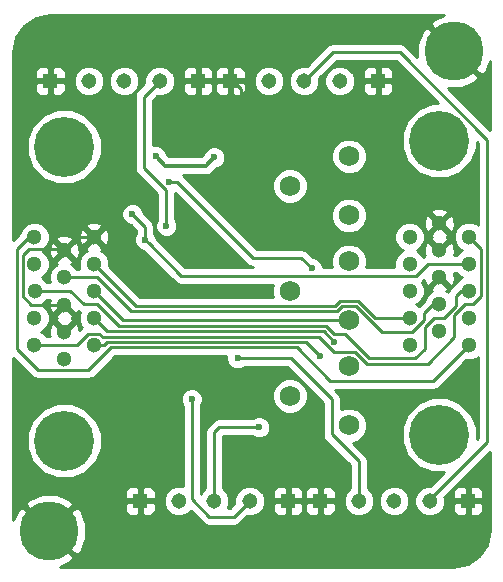
<source format=gbl>
G04 #@! TF.FileFunction,Copper,L2,Bot,Signal*
%FSLAX46Y46*%
G04 Gerber Fmt 4.6, Leading zero omitted, Abs format (unit mm)*
G04 Created by KiCad (PCBNEW 4.0.5) date *
%MOMM*%
%LPD*%
G01*
G04 APERTURE LIST*
%ADD10C,0.100000*%
%ADD11C,5.000000*%
%ADD12C,1.750060*%
%ADD13C,5.080000*%
%ADD14C,1.300000*%
%ADD15C,1.305560*%
%ADD16R,1.305560X1.305560*%
%ADD17C,0.600000*%
%ADD18C,0.370000*%
%ADD19C,0.250000*%
%ADD20C,0.254000*%
G04 APERTURE END LIST*
D10*
D11*
X63500000Y-29210000D03*
X29210000Y-69850000D03*
D12*
X54569360Y-43139360D03*
X49570640Y-40640000D03*
X54569360Y-38140640D03*
X54569360Y-60919360D03*
X49570640Y-58420000D03*
X54569360Y-55920640D03*
X54569360Y-52029360D03*
X49570640Y-49530000D03*
X54569360Y-47030640D03*
D13*
X62230000Y-36830000D03*
D14*
X59715400Y-49517300D03*
X59715400Y-47231300D03*
X59715400Y-44940220D03*
X59715400Y-51810920D03*
X59715400Y-54099460D03*
X62230000Y-50665380D03*
X62230000Y-48376840D03*
X62230000Y-46085760D03*
X62230000Y-43794680D03*
D13*
X62230000Y-61722000D03*
D14*
X62230000Y-52956460D03*
X64747140Y-44940220D03*
X64747140Y-47231300D03*
X64744600Y-49519840D03*
X64747140Y-51810920D03*
X64747140Y-54099460D03*
D13*
X30480000Y-62230000D03*
D14*
X32994600Y-49542700D03*
X32994600Y-51828700D03*
X32994600Y-54119780D03*
X32994600Y-47249080D03*
X32994600Y-44960540D03*
X30480000Y-48394620D03*
X30480000Y-50683160D03*
X30480000Y-52974240D03*
X30480000Y-55265320D03*
D13*
X30480000Y-37338000D03*
D14*
X30480000Y-46103540D03*
X27962860Y-54119780D03*
X27962860Y-51828700D03*
X27965400Y-49540160D03*
X27962860Y-47249080D03*
X27962860Y-44960540D03*
D15*
X40180260Y-67310000D03*
X43180000Y-67310000D03*
X46179740Y-67310000D03*
D16*
X36931600Y-67310000D03*
X49428400Y-67310000D03*
D15*
X38559740Y-31750000D03*
X35560000Y-31750000D03*
X32560260Y-31750000D03*
D16*
X41808400Y-31750000D03*
X29311600Y-31750000D03*
D15*
X53799740Y-31750000D03*
X50800000Y-31750000D03*
X47800260Y-31750000D03*
D16*
X57048400Y-31750000D03*
X44551600Y-31750000D03*
D15*
X55420260Y-67310000D03*
X58420000Y-67310000D03*
X61419740Y-67310000D03*
D16*
X52171600Y-67310000D03*
X64668400Y-67310000D03*
D17*
X38227000Y-38100000D03*
X43180000Y-38227000D03*
X36247637Y-43021435D03*
X37328038Y-45182236D03*
X53355447Y-53832545D03*
X52132108Y-55010693D03*
X43599995Y-59182000D03*
X45720000Y-43942000D03*
X39123901Y-44036099D03*
X45153293Y-55235010D03*
X41275000Y-58674000D03*
X51435000Y-47625000D03*
X46990000Y-61087000D03*
X39370000Y-40350000D03*
D18*
X43180000Y-38227000D02*
X42483869Y-38923131D01*
X39050131Y-38923131D02*
X38354000Y-38227000D01*
X42483869Y-38923131D02*
X39050131Y-38923131D01*
X38354000Y-38227000D02*
X38227000Y-38100000D01*
D19*
X62230000Y-50665380D02*
X61695336Y-50665380D01*
X53578908Y-51243765D02*
X36138364Y-51243765D01*
X61695336Y-50665380D02*
X60962878Y-51397838D01*
X59926627Y-53042695D02*
X57358742Y-53042695D01*
X60962878Y-51397838D02*
X60962878Y-52006444D01*
X60962878Y-52006444D02*
X59926627Y-53042695D01*
X55145376Y-50829329D02*
X53993344Y-50829329D01*
X57358742Y-53042695D02*
X55145376Y-50829329D01*
X53993344Y-50829329D02*
X53578908Y-51243765D01*
X36138364Y-51243765D02*
X33289219Y-48394620D01*
X33289219Y-48394620D02*
X30480000Y-48394620D01*
X64747140Y-47231300D02*
X61297978Y-47231300D01*
X37628037Y-45482235D02*
X37328038Y-45182236D01*
X61297978Y-47231300D02*
X60276538Y-48252740D01*
X60276538Y-48252740D02*
X40398542Y-48252740D01*
X40398542Y-48252740D02*
X37628037Y-45482235D01*
X36547636Y-43321434D02*
X36247637Y-43021435D01*
X37328038Y-44101836D02*
X36547636Y-43321434D01*
X37328038Y-45182236D02*
X37328038Y-44101836D01*
X32994600Y-49542700D02*
X35481260Y-52029360D01*
X35481260Y-52029360D02*
X53331881Y-52029360D01*
X53331881Y-52029360D02*
X54569360Y-52029360D01*
X32994600Y-51828700D02*
X34124900Y-52959000D01*
X34124900Y-52959000D02*
X52451000Y-52959000D01*
X52451000Y-52959000D02*
X53324545Y-53832545D01*
X53324545Y-53832545D02*
X53355447Y-53832545D01*
X50980437Y-53859022D02*
X51832109Y-54710694D01*
X34103094Y-53859022D02*
X50980437Y-53859022D01*
X33842336Y-54119780D02*
X34103094Y-53859022D01*
X32994600Y-54119780D02*
X33842336Y-54119780D01*
X51832109Y-54710694D02*
X52132108Y-55010693D01*
X32994600Y-47249080D02*
X36539274Y-50793754D01*
X36539274Y-50793754D02*
X53392509Y-50793754D01*
X53392509Y-50793754D02*
X53806944Y-50379318D01*
X53806944Y-50379318D02*
X55331776Y-50379318D01*
X55331776Y-50379318D02*
X56763378Y-51810920D01*
X56763378Y-51810920D02*
X58867664Y-51810920D01*
X58867664Y-51810920D02*
X59715400Y-51810920D01*
X30480000Y-50683160D02*
X27667510Y-50683160D01*
X26987402Y-50003052D02*
X26987402Y-47717538D01*
X26987402Y-47717538D02*
X26987859Y-47717081D01*
X30382639Y-46006179D02*
X30480000Y-46103540D01*
X27667510Y-50683160D02*
X26987402Y-50003052D01*
X26987859Y-47717081D02*
X26987859Y-46512161D01*
X26987859Y-46512161D02*
X27493841Y-46006179D01*
X27493841Y-46006179D02*
X30382639Y-46006179D01*
X45466000Y-40513000D02*
X45466000Y-32416000D01*
X45466000Y-32416000D02*
X44800000Y-31750000D01*
X32994600Y-44960540D02*
X31623000Y-44960540D01*
X31623000Y-44960540D02*
X30480000Y-46103540D01*
X33462601Y-53144779D02*
X32526599Y-53144779D01*
X64403750Y-50673000D02*
X63498955Y-51577795D01*
X28882098Y-54119780D02*
X27962860Y-54119780D01*
X31551598Y-54119780D02*
X28882098Y-54119780D01*
X52048015Y-53409011D02*
X33726833Y-53409011D01*
X56120646Y-55695880D02*
X55095760Y-54670994D01*
X33726833Y-53409011D02*
X33462601Y-53144779D01*
X53309998Y-54670994D02*
X52048015Y-53409011D01*
X55095760Y-54670994D02*
X53309998Y-54670994D01*
X61272058Y-55695880D02*
X56120646Y-55695880D01*
X63498955Y-53468983D02*
X61272058Y-55695880D01*
X63498955Y-51577795D02*
X63498955Y-53468983D01*
X65798455Y-49993602D02*
X65119057Y-50673000D01*
X65798455Y-45991535D02*
X65798455Y-49993602D01*
X64747140Y-44940220D02*
X65798455Y-45991535D01*
X65119057Y-50673000D02*
X64403750Y-50673000D01*
X32526599Y-53144779D02*
X31551598Y-54119780D01*
X52637399Y-52508989D02*
X35111400Y-52508989D01*
X60180359Y-55245869D02*
X56307046Y-55245869D01*
X64744600Y-49519840D02*
X64052185Y-49519840D01*
X54268721Y-53207544D02*
X53335954Y-53207544D01*
X64052185Y-49519840D02*
X63615359Y-49956666D01*
X63615359Y-50824980D02*
X62593058Y-51847281D01*
X63615359Y-49956666D02*
X63615359Y-50824980D01*
X61759992Y-51847281D02*
X61016540Y-52590733D01*
X62593058Y-51847281D02*
X61759992Y-51847281D01*
X35111400Y-52508989D02*
X33275411Y-50673000D01*
X61016540Y-52590733D02*
X61016540Y-54409688D01*
X61016540Y-54409688D02*
X60180359Y-55245869D01*
X56307046Y-55245869D02*
X54268721Y-53207544D01*
X53335954Y-53207544D02*
X52637399Y-52508989D01*
X32116005Y-50673000D02*
X30983165Y-49540160D01*
X33275411Y-50673000D02*
X32116005Y-50673000D01*
X30983165Y-49540160D02*
X28813136Y-49540160D01*
X28813136Y-49540160D02*
X27965400Y-49540160D01*
X37211000Y-39116000D02*
X37211000Y-33099000D01*
X37211000Y-33099000D02*
X38560000Y-31750000D01*
X39123901Y-41028901D02*
X37211000Y-39116000D01*
X39123901Y-44036099D02*
X39123901Y-41028901D01*
X64747140Y-54099460D02*
X61725929Y-57120671D01*
X61725929Y-57120671D02*
X52997086Y-57120671D01*
X52997086Y-57120671D02*
X50185448Y-54309033D01*
X26443288Y-46017391D02*
X27500139Y-44960540D01*
X27500139Y-44960540D02*
X27962860Y-44960540D01*
X50185448Y-54309033D02*
X34463967Y-54309033D01*
X34463967Y-54309033D02*
X32532679Y-56240321D01*
X28259029Y-56240321D02*
X26443288Y-54424580D01*
X32532679Y-56240321D02*
X28259029Y-56240321D01*
X26443288Y-54424580D02*
X26443288Y-46017391D01*
X45153293Y-55235010D02*
X49671496Y-55235010D01*
X49671496Y-55235010D02*
X53125074Y-58688588D01*
X53125074Y-58688588D02*
X53125074Y-61667485D01*
X53125074Y-61667485D02*
X55420000Y-63962411D01*
X55420000Y-63962411D02*
X55420000Y-67310000D01*
X41275000Y-58674000D02*
X41272046Y-58676954D01*
X41272046Y-58676954D02*
X41272046Y-67132140D01*
X44855509Y-68634491D02*
X45180511Y-68309489D01*
X41272046Y-67132140D02*
X42774397Y-68634491D01*
X42774397Y-68634491D02*
X44855509Y-68634491D01*
X45180511Y-68309489D02*
X46180000Y-67310000D01*
X61419740Y-67310000D02*
X61419740Y-67157869D01*
X58910990Y-29329055D02*
X53220945Y-29329055D01*
X53220945Y-29329055D02*
X51799489Y-30750511D01*
X61419740Y-67157869D02*
X66294000Y-62283609D01*
X66294000Y-62283609D02*
X66294000Y-36712065D01*
X66294000Y-36712065D02*
X58910990Y-29329055D01*
X51799489Y-30750511D02*
X50800000Y-31750000D01*
X39370000Y-40350000D02*
X40060961Y-40350000D01*
X40060961Y-40350000D02*
X46446961Y-46736000D01*
X46446961Y-46736000D02*
X50546000Y-46736000D01*
X50546000Y-46736000D02*
X51435000Y-47625000D01*
X46990000Y-61087000D02*
X43586494Y-61087000D01*
X43586494Y-61087000D02*
X43180000Y-61493494D01*
X43180000Y-67310000D02*
X43180000Y-61493494D01*
D20*
G36*
X44218131Y-55420177D02*
X44360176Y-55763953D01*
X44622966Y-56027202D01*
X44966494Y-56169848D01*
X45338460Y-56170172D01*
X45682236Y-56028127D01*
X45715411Y-55995010D01*
X49356694Y-55995010D01*
X52365074Y-59003390D01*
X52365074Y-61667485D01*
X52422926Y-61958324D01*
X52587673Y-62204886D01*
X54660000Y-64277213D01*
X54660000Y-66249326D01*
X54329170Y-66579579D01*
X54132704Y-67052721D01*
X54132257Y-67565031D01*
X54327897Y-68038516D01*
X54689839Y-68401090D01*
X55162981Y-68597556D01*
X55675291Y-68598003D01*
X56148776Y-68402363D01*
X56511350Y-68040421D01*
X56707816Y-67567279D01*
X56707817Y-67565031D01*
X57131997Y-67565031D01*
X57327637Y-68038516D01*
X57689579Y-68401090D01*
X58162721Y-68597556D01*
X58675031Y-68598003D01*
X59148516Y-68402363D01*
X59511090Y-68040421D01*
X59707556Y-67567279D01*
X59708003Y-67054969D01*
X59512363Y-66581484D01*
X59150421Y-66218910D01*
X58677279Y-66022444D01*
X58164969Y-66021997D01*
X57691484Y-66217637D01*
X57328910Y-66579579D01*
X57132444Y-67052721D01*
X57131997Y-67565031D01*
X56707817Y-67565031D01*
X56708263Y-67054969D01*
X56512623Y-66581484D01*
X56180000Y-66248280D01*
X56180000Y-63962411D01*
X56122148Y-63671572D01*
X56122148Y-63671571D01*
X55957401Y-63425010D01*
X54934665Y-62402274D01*
X55423606Y-62200247D01*
X55848754Y-61775840D01*
X56079127Y-61221041D01*
X56079651Y-60620314D01*
X55850247Y-60065114D01*
X55425840Y-59639966D01*
X54871041Y-59409593D01*
X54270314Y-59409069D01*
X53885074Y-59568247D01*
X53885074Y-58688588D01*
X53827222Y-58397749D01*
X53662475Y-58151187D01*
X53391959Y-57880671D01*
X61725929Y-57880671D01*
X62016768Y-57822819D01*
X62263330Y-57658072D01*
X64537124Y-55384278D01*
X65001621Y-55384683D01*
X65474083Y-55189465D01*
X65534000Y-55129653D01*
X65534000Y-61968807D01*
X65404673Y-62098134D01*
X65405550Y-61093224D01*
X64923204Y-59925857D01*
X64030841Y-59031935D01*
X62864317Y-58547552D01*
X61601224Y-58546450D01*
X60433857Y-59028796D01*
X59539935Y-59921159D01*
X59055552Y-61087683D01*
X59054450Y-62350776D01*
X59536796Y-63518143D01*
X60429159Y-64412065D01*
X61595683Y-64896448D01*
X62605478Y-64897329D01*
X61480534Y-66022273D01*
X61164709Y-66021997D01*
X60691224Y-66217637D01*
X60328650Y-66579579D01*
X60132184Y-67052721D01*
X60131737Y-67565031D01*
X60327377Y-68038516D01*
X60689319Y-68401090D01*
X61162461Y-68597556D01*
X61674771Y-68598003D01*
X62148256Y-68402363D01*
X62510830Y-68040421D01*
X62695473Y-67595750D01*
X63380620Y-67595750D01*
X63380620Y-68089090D01*
X63477293Y-68322479D01*
X63655922Y-68501107D01*
X63889311Y-68597780D01*
X64382650Y-68597780D01*
X64541400Y-68439030D01*
X64541400Y-67437000D01*
X64795400Y-67437000D01*
X64795400Y-68439030D01*
X64954150Y-68597780D01*
X65447489Y-68597780D01*
X65680878Y-68501107D01*
X65859507Y-68322479D01*
X65956180Y-68089090D01*
X65956180Y-67595750D01*
X65797430Y-67437000D01*
X64795400Y-67437000D01*
X64541400Y-67437000D01*
X63539370Y-67437000D01*
X63380620Y-67595750D01*
X62695473Y-67595750D01*
X62707296Y-67567279D01*
X62707743Y-67054969D01*
X62675493Y-66976918D01*
X63121501Y-66530910D01*
X63380620Y-66530910D01*
X63380620Y-67024250D01*
X63539370Y-67183000D01*
X64541400Y-67183000D01*
X64541400Y-66180970D01*
X64795400Y-66180970D01*
X64795400Y-67183000D01*
X65797430Y-67183000D01*
X65956180Y-67024250D01*
X65956180Y-66530910D01*
X65859507Y-66297521D01*
X65680878Y-66118893D01*
X65447489Y-66022220D01*
X64954150Y-66022220D01*
X64795400Y-66180970D01*
X64541400Y-66180970D01*
X64382650Y-66022220D01*
X63889311Y-66022220D01*
X63655922Y-66118893D01*
X63477293Y-66297521D01*
X63380620Y-66530910D01*
X63121501Y-66530910D01*
X66525000Y-63127411D01*
X66525000Y-69772682D01*
X66280528Y-71001732D01*
X65628123Y-71978123D01*
X64651730Y-72630528D01*
X63422686Y-72875000D01*
X30099924Y-72875000D01*
X30984579Y-72508564D01*
X31266275Y-72085880D01*
X29210000Y-70029605D01*
X29195858Y-70043748D01*
X29016253Y-69864143D01*
X29030395Y-69850000D01*
X29389605Y-69850000D01*
X31445880Y-71906275D01*
X31868564Y-71624579D01*
X32345294Y-70472108D01*
X32344705Y-69224928D01*
X31868564Y-68075421D01*
X31445880Y-67793725D01*
X29389605Y-69850000D01*
X29030395Y-69850000D01*
X26974120Y-67793725D01*
X26551436Y-68075421D01*
X26185000Y-68961262D01*
X26185000Y-67614120D01*
X27153725Y-67614120D01*
X29210000Y-69670395D01*
X31266275Y-67614120D01*
X31254033Y-67595750D01*
X35643820Y-67595750D01*
X35643820Y-68089090D01*
X35740493Y-68322479D01*
X35919122Y-68501107D01*
X36152511Y-68597780D01*
X36645850Y-68597780D01*
X36804600Y-68439030D01*
X36804600Y-67437000D01*
X37058600Y-67437000D01*
X37058600Y-68439030D01*
X37217350Y-68597780D01*
X37710689Y-68597780D01*
X37944078Y-68501107D01*
X38122707Y-68322479D01*
X38219380Y-68089090D01*
X38219380Y-67595750D01*
X38188661Y-67565031D01*
X38892257Y-67565031D01*
X39087897Y-68038516D01*
X39449839Y-68401090D01*
X39922981Y-68597556D01*
X40435291Y-68598003D01*
X40908776Y-68402363D01*
X41188365Y-68123261D01*
X42236996Y-69171892D01*
X42483558Y-69336639D01*
X42774397Y-69394491D01*
X44855509Y-69394491D01*
X45146348Y-69336639D01*
X45392910Y-69171892D01*
X45967207Y-68597595D01*
X46434771Y-68598003D01*
X46908256Y-68402363D01*
X47270830Y-68040421D01*
X47455473Y-67595750D01*
X48140620Y-67595750D01*
X48140620Y-68089090D01*
X48237293Y-68322479D01*
X48415922Y-68501107D01*
X48649311Y-68597780D01*
X49142650Y-68597780D01*
X49301400Y-68439030D01*
X49301400Y-67437000D01*
X49555400Y-67437000D01*
X49555400Y-68439030D01*
X49714150Y-68597780D01*
X50207489Y-68597780D01*
X50440878Y-68501107D01*
X50619507Y-68322479D01*
X50716180Y-68089090D01*
X50716180Y-67595750D01*
X50883820Y-67595750D01*
X50883820Y-68089090D01*
X50980493Y-68322479D01*
X51159122Y-68501107D01*
X51392511Y-68597780D01*
X51885850Y-68597780D01*
X52044600Y-68439030D01*
X52044600Y-67437000D01*
X52298600Y-67437000D01*
X52298600Y-68439030D01*
X52457350Y-68597780D01*
X52950689Y-68597780D01*
X53184078Y-68501107D01*
X53362707Y-68322479D01*
X53459380Y-68089090D01*
X53459380Y-67595750D01*
X53300630Y-67437000D01*
X52298600Y-67437000D01*
X52044600Y-67437000D01*
X51042570Y-67437000D01*
X50883820Y-67595750D01*
X50716180Y-67595750D01*
X50557430Y-67437000D01*
X49555400Y-67437000D01*
X49301400Y-67437000D01*
X48299370Y-67437000D01*
X48140620Y-67595750D01*
X47455473Y-67595750D01*
X47467296Y-67567279D01*
X47467743Y-67054969D01*
X47272103Y-66581484D01*
X47221618Y-66530910D01*
X48140620Y-66530910D01*
X48140620Y-67024250D01*
X48299370Y-67183000D01*
X49301400Y-67183000D01*
X49301400Y-66180970D01*
X49555400Y-66180970D01*
X49555400Y-67183000D01*
X50557430Y-67183000D01*
X50716180Y-67024250D01*
X50716180Y-66530910D01*
X50883820Y-66530910D01*
X50883820Y-67024250D01*
X51042570Y-67183000D01*
X52044600Y-67183000D01*
X52044600Y-66180970D01*
X52298600Y-66180970D01*
X52298600Y-67183000D01*
X53300630Y-67183000D01*
X53459380Y-67024250D01*
X53459380Y-66530910D01*
X53362707Y-66297521D01*
X53184078Y-66118893D01*
X52950689Y-66022220D01*
X52457350Y-66022220D01*
X52298600Y-66180970D01*
X52044600Y-66180970D01*
X51885850Y-66022220D01*
X51392511Y-66022220D01*
X51159122Y-66118893D01*
X50980493Y-66297521D01*
X50883820Y-66530910D01*
X50716180Y-66530910D01*
X50619507Y-66297521D01*
X50440878Y-66118893D01*
X50207489Y-66022220D01*
X49714150Y-66022220D01*
X49555400Y-66180970D01*
X49301400Y-66180970D01*
X49142650Y-66022220D01*
X48649311Y-66022220D01*
X48415922Y-66118893D01*
X48237293Y-66297521D01*
X48140620Y-66530910D01*
X47221618Y-66530910D01*
X46910161Y-66218910D01*
X46437019Y-66022444D01*
X45924709Y-66021997D01*
X45451224Y-66217637D01*
X45088650Y-66579579D01*
X44892184Y-67052721D01*
X44891773Y-67523425D01*
X44540707Y-67874491D01*
X44339990Y-67874491D01*
X44467556Y-67567279D01*
X44468003Y-67054969D01*
X44272363Y-66581484D01*
X43940000Y-66248541D01*
X43940000Y-61847000D01*
X46427537Y-61847000D01*
X46459673Y-61879192D01*
X46803201Y-62021838D01*
X47175167Y-62022162D01*
X47518943Y-61880117D01*
X47782192Y-61617327D01*
X47924838Y-61273799D01*
X47925162Y-60901833D01*
X47783117Y-60558057D01*
X47520327Y-60294808D01*
X47176799Y-60152162D01*
X46804833Y-60151838D01*
X46461057Y-60293883D01*
X46427882Y-60327000D01*
X43586494Y-60327000D01*
X43295654Y-60384852D01*
X43049093Y-60549599D01*
X42642599Y-60956093D01*
X42477852Y-61202655D01*
X42420000Y-61493494D01*
X42420000Y-66249066D01*
X42088910Y-66579579D01*
X42032046Y-66716523D01*
X42032046Y-59239412D01*
X42067192Y-59204327D01*
X42209838Y-58860799D01*
X42209961Y-58719046D01*
X48060349Y-58719046D01*
X48289753Y-59274246D01*
X48714160Y-59699394D01*
X49268959Y-59929767D01*
X49869686Y-59930291D01*
X50424886Y-59700887D01*
X50850034Y-59276480D01*
X51080407Y-58721681D01*
X51080931Y-58120954D01*
X50851527Y-57565754D01*
X50427120Y-57140606D01*
X49872321Y-56910233D01*
X49271594Y-56909709D01*
X48716394Y-57139113D01*
X48291246Y-57563520D01*
X48060873Y-58118319D01*
X48060349Y-58719046D01*
X42209961Y-58719046D01*
X42210162Y-58488833D01*
X42068117Y-58145057D01*
X41805327Y-57881808D01*
X41461799Y-57739162D01*
X41089833Y-57738838D01*
X40746057Y-57880883D01*
X40482808Y-58143673D01*
X40340162Y-58487201D01*
X40339838Y-58859167D01*
X40481883Y-59202943D01*
X40512046Y-59233159D01*
X40512046Y-66053382D01*
X40437539Y-66022444D01*
X39925229Y-66021997D01*
X39451744Y-66217637D01*
X39089170Y-66579579D01*
X38892704Y-67052721D01*
X38892257Y-67565031D01*
X38188661Y-67565031D01*
X38060630Y-67437000D01*
X37058600Y-67437000D01*
X36804600Y-67437000D01*
X35802570Y-67437000D01*
X35643820Y-67595750D01*
X31254033Y-67595750D01*
X30984579Y-67191436D01*
X29832108Y-66714706D01*
X28584928Y-66715295D01*
X27435421Y-67191436D01*
X27153725Y-67614120D01*
X26185000Y-67614120D01*
X26185000Y-66530910D01*
X35643820Y-66530910D01*
X35643820Y-67024250D01*
X35802570Y-67183000D01*
X36804600Y-67183000D01*
X36804600Y-66180970D01*
X37058600Y-66180970D01*
X37058600Y-67183000D01*
X38060630Y-67183000D01*
X38219380Y-67024250D01*
X38219380Y-66530910D01*
X38122707Y-66297521D01*
X37944078Y-66118893D01*
X37710689Y-66022220D01*
X37217350Y-66022220D01*
X37058600Y-66180970D01*
X36804600Y-66180970D01*
X36645850Y-66022220D01*
X36152511Y-66022220D01*
X35919122Y-66118893D01*
X35740493Y-66297521D01*
X35643820Y-66530910D01*
X26185000Y-66530910D01*
X26185000Y-62858776D01*
X27304450Y-62858776D01*
X27786796Y-64026143D01*
X28679159Y-64920065D01*
X29845683Y-65404448D01*
X31108776Y-65405550D01*
X32276143Y-64923204D01*
X33170065Y-64030841D01*
X33654448Y-62864317D01*
X33655550Y-61601224D01*
X33173204Y-60433857D01*
X32280841Y-59539935D01*
X31114317Y-59055552D01*
X29851224Y-59054450D01*
X28683857Y-59536796D01*
X27789935Y-60429159D01*
X27305552Y-61595683D01*
X27304450Y-62858776D01*
X26185000Y-62858776D01*
X26185000Y-55241094D01*
X27721628Y-56777722D01*
X27968190Y-56942469D01*
X28259029Y-57000321D01*
X32532679Y-57000321D01*
X32823518Y-56942469D01*
X33070080Y-56777722D01*
X34778769Y-55069033D01*
X44218437Y-55069033D01*
X44218131Y-55420177D01*
X44218131Y-55420177D01*
G37*
X44218131Y-55420177D02*
X44360176Y-55763953D01*
X44622966Y-56027202D01*
X44966494Y-56169848D01*
X45338460Y-56170172D01*
X45682236Y-56028127D01*
X45715411Y-55995010D01*
X49356694Y-55995010D01*
X52365074Y-59003390D01*
X52365074Y-61667485D01*
X52422926Y-61958324D01*
X52587673Y-62204886D01*
X54660000Y-64277213D01*
X54660000Y-66249326D01*
X54329170Y-66579579D01*
X54132704Y-67052721D01*
X54132257Y-67565031D01*
X54327897Y-68038516D01*
X54689839Y-68401090D01*
X55162981Y-68597556D01*
X55675291Y-68598003D01*
X56148776Y-68402363D01*
X56511350Y-68040421D01*
X56707816Y-67567279D01*
X56707817Y-67565031D01*
X57131997Y-67565031D01*
X57327637Y-68038516D01*
X57689579Y-68401090D01*
X58162721Y-68597556D01*
X58675031Y-68598003D01*
X59148516Y-68402363D01*
X59511090Y-68040421D01*
X59707556Y-67567279D01*
X59708003Y-67054969D01*
X59512363Y-66581484D01*
X59150421Y-66218910D01*
X58677279Y-66022444D01*
X58164969Y-66021997D01*
X57691484Y-66217637D01*
X57328910Y-66579579D01*
X57132444Y-67052721D01*
X57131997Y-67565031D01*
X56707817Y-67565031D01*
X56708263Y-67054969D01*
X56512623Y-66581484D01*
X56180000Y-66248280D01*
X56180000Y-63962411D01*
X56122148Y-63671572D01*
X56122148Y-63671571D01*
X55957401Y-63425010D01*
X54934665Y-62402274D01*
X55423606Y-62200247D01*
X55848754Y-61775840D01*
X56079127Y-61221041D01*
X56079651Y-60620314D01*
X55850247Y-60065114D01*
X55425840Y-59639966D01*
X54871041Y-59409593D01*
X54270314Y-59409069D01*
X53885074Y-59568247D01*
X53885074Y-58688588D01*
X53827222Y-58397749D01*
X53662475Y-58151187D01*
X53391959Y-57880671D01*
X61725929Y-57880671D01*
X62016768Y-57822819D01*
X62263330Y-57658072D01*
X64537124Y-55384278D01*
X65001621Y-55384683D01*
X65474083Y-55189465D01*
X65534000Y-55129653D01*
X65534000Y-61968807D01*
X65404673Y-62098134D01*
X65405550Y-61093224D01*
X64923204Y-59925857D01*
X64030841Y-59031935D01*
X62864317Y-58547552D01*
X61601224Y-58546450D01*
X60433857Y-59028796D01*
X59539935Y-59921159D01*
X59055552Y-61087683D01*
X59054450Y-62350776D01*
X59536796Y-63518143D01*
X60429159Y-64412065D01*
X61595683Y-64896448D01*
X62605478Y-64897329D01*
X61480534Y-66022273D01*
X61164709Y-66021997D01*
X60691224Y-66217637D01*
X60328650Y-66579579D01*
X60132184Y-67052721D01*
X60131737Y-67565031D01*
X60327377Y-68038516D01*
X60689319Y-68401090D01*
X61162461Y-68597556D01*
X61674771Y-68598003D01*
X62148256Y-68402363D01*
X62510830Y-68040421D01*
X62695473Y-67595750D01*
X63380620Y-67595750D01*
X63380620Y-68089090D01*
X63477293Y-68322479D01*
X63655922Y-68501107D01*
X63889311Y-68597780D01*
X64382650Y-68597780D01*
X64541400Y-68439030D01*
X64541400Y-67437000D01*
X64795400Y-67437000D01*
X64795400Y-68439030D01*
X64954150Y-68597780D01*
X65447489Y-68597780D01*
X65680878Y-68501107D01*
X65859507Y-68322479D01*
X65956180Y-68089090D01*
X65956180Y-67595750D01*
X65797430Y-67437000D01*
X64795400Y-67437000D01*
X64541400Y-67437000D01*
X63539370Y-67437000D01*
X63380620Y-67595750D01*
X62695473Y-67595750D01*
X62707296Y-67567279D01*
X62707743Y-67054969D01*
X62675493Y-66976918D01*
X63121501Y-66530910D01*
X63380620Y-66530910D01*
X63380620Y-67024250D01*
X63539370Y-67183000D01*
X64541400Y-67183000D01*
X64541400Y-66180970D01*
X64795400Y-66180970D01*
X64795400Y-67183000D01*
X65797430Y-67183000D01*
X65956180Y-67024250D01*
X65956180Y-66530910D01*
X65859507Y-66297521D01*
X65680878Y-66118893D01*
X65447489Y-66022220D01*
X64954150Y-66022220D01*
X64795400Y-66180970D01*
X64541400Y-66180970D01*
X64382650Y-66022220D01*
X63889311Y-66022220D01*
X63655922Y-66118893D01*
X63477293Y-66297521D01*
X63380620Y-66530910D01*
X63121501Y-66530910D01*
X66525000Y-63127411D01*
X66525000Y-69772682D01*
X66280528Y-71001732D01*
X65628123Y-71978123D01*
X64651730Y-72630528D01*
X63422686Y-72875000D01*
X30099924Y-72875000D01*
X30984579Y-72508564D01*
X31266275Y-72085880D01*
X29210000Y-70029605D01*
X29195858Y-70043748D01*
X29016253Y-69864143D01*
X29030395Y-69850000D01*
X29389605Y-69850000D01*
X31445880Y-71906275D01*
X31868564Y-71624579D01*
X32345294Y-70472108D01*
X32344705Y-69224928D01*
X31868564Y-68075421D01*
X31445880Y-67793725D01*
X29389605Y-69850000D01*
X29030395Y-69850000D01*
X26974120Y-67793725D01*
X26551436Y-68075421D01*
X26185000Y-68961262D01*
X26185000Y-67614120D01*
X27153725Y-67614120D01*
X29210000Y-69670395D01*
X31266275Y-67614120D01*
X31254033Y-67595750D01*
X35643820Y-67595750D01*
X35643820Y-68089090D01*
X35740493Y-68322479D01*
X35919122Y-68501107D01*
X36152511Y-68597780D01*
X36645850Y-68597780D01*
X36804600Y-68439030D01*
X36804600Y-67437000D01*
X37058600Y-67437000D01*
X37058600Y-68439030D01*
X37217350Y-68597780D01*
X37710689Y-68597780D01*
X37944078Y-68501107D01*
X38122707Y-68322479D01*
X38219380Y-68089090D01*
X38219380Y-67595750D01*
X38188661Y-67565031D01*
X38892257Y-67565031D01*
X39087897Y-68038516D01*
X39449839Y-68401090D01*
X39922981Y-68597556D01*
X40435291Y-68598003D01*
X40908776Y-68402363D01*
X41188365Y-68123261D01*
X42236996Y-69171892D01*
X42483558Y-69336639D01*
X42774397Y-69394491D01*
X44855509Y-69394491D01*
X45146348Y-69336639D01*
X45392910Y-69171892D01*
X45967207Y-68597595D01*
X46434771Y-68598003D01*
X46908256Y-68402363D01*
X47270830Y-68040421D01*
X47455473Y-67595750D01*
X48140620Y-67595750D01*
X48140620Y-68089090D01*
X48237293Y-68322479D01*
X48415922Y-68501107D01*
X48649311Y-68597780D01*
X49142650Y-68597780D01*
X49301400Y-68439030D01*
X49301400Y-67437000D01*
X49555400Y-67437000D01*
X49555400Y-68439030D01*
X49714150Y-68597780D01*
X50207489Y-68597780D01*
X50440878Y-68501107D01*
X50619507Y-68322479D01*
X50716180Y-68089090D01*
X50716180Y-67595750D01*
X50883820Y-67595750D01*
X50883820Y-68089090D01*
X50980493Y-68322479D01*
X51159122Y-68501107D01*
X51392511Y-68597780D01*
X51885850Y-68597780D01*
X52044600Y-68439030D01*
X52044600Y-67437000D01*
X52298600Y-67437000D01*
X52298600Y-68439030D01*
X52457350Y-68597780D01*
X52950689Y-68597780D01*
X53184078Y-68501107D01*
X53362707Y-68322479D01*
X53459380Y-68089090D01*
X53459380Y-67595750D01*
X53300630Y-67437000D01*
X52298600Y-67437000D01*
X52044600Y-67437000D01*
X51042570Y-67437000D01*
X50883820Y-67595750D01*
X50716180Y-67595750D01*
X50557430Y-67437000D01*
X49555400Y-67437000D01*
X49301400Y-67437000D01*
X48299370Y-67437000D01*
X48140620Y-67595750D01*
X47455473Y-67595750D01*
X47467296Y-67567279D01*
X47467743Y-67054969D01*
X47272103Y-66581484D01*
X47221618Y-66530910D01*
X48140620Y-66530910D01*
X48140620Y-67024250D01*
X48299370Y-67183000D01*
X49301400Y-67183000D01*
X49301400Y-66180970D01*
X49555400Y-66180970D01*
X49555400Y-67183000D01*
X50557430Y-67183000D01*
X50716180Y-67024250D01*
X50716180Y-66530910D01*
X50883820Y-66530910D01*
X50883820Y-67024250D01*
X51042570Y-67183000D01*
X52044600Y-67183000D01*
X52044600Y-66180970D01*
X52298600Y-66180970D01*
X52298600Y-67183000D01*
X53300630Y-67183000D01*
X53459380Y-67024250D01*
X53459380Y-66530910D01*
X53362707Y-66297521D01*
X53184078Y-66118893D01*
X52950689Y-66022220D01*
X52457350Y-66022220D01*
X52298600Y-66180970D01*
X52044600Y-66180970D01*
X51885850Y-66022220D01*
X51392511Y-66022220D01*
X51159122Y-66118893D01*
X50980493Y-66297521D01*
X50883820Y-66530910D01*
X50716180Y-66530910D01*
X50619507Y-66297521D01*
X50440878Y-66118893D01*
X50207489Y-66022220D01*
X49714150Y-66022220D01*
X49555400Y-66180970D01*
X49301400Y-66180970D01*
X49142650Y-66022220D01*
X48649311Y-66022220D01*
X48415922Y-66118893D01*
X48237293Y-66297521D01*
X48140620Y-66530910D01*
X47221618Y-66530910D01*
X46910161Y-66218910D01*
X46437019Y-66022444D01*
X45924709Y-66021997D01*
X45451224Y-66217637D01*
X45088650Y-66579579D01*
X44892184Y-67052721D01*
X44891773Y-67523425D01*
X44540707Y-67874491D01*
X44339990Y-67874491D01*
X44467556Y-67567279D01*
X44468003Y-67054969D01*
X44272363Y-66581484D01*
X43940000Y-66248541D01*
X43940000Y-61847000D01*
X46427537Y-61847000D01*
X46459673Y-61879192D01*
X46803201Y-62021838D01*
X47175167Y-62022162D01*
X47518943Y-61880117D01*
X47782192Y-61617327D01*
X47924838Y-61273799D01*
X47925162Y-60901833D01*
X47783117Y-60558057D01*
X47520327Y-60294808D01*
X47176799Y-60152162D01*
X46804833Y-60151838D01*
X46461057Y-60293883D01*
X46427882Y-60327000D01*
X43586494Y-60327000D01*
X43295654Y-60384852D01*
X43049093Y-60549599D01*
X42642599Y-60956093D01*
X42477852Y-61202655D01*
X42420000Y-61493494D01*
X42420000Y-66249066D01*
X42088910Y-66579579D01*
X42032046Y-66716523D01*
X42032046Y-59239412D01*
X42067192Y-59204327D01*
X42209838Y-58860799D01*
X42209961Y-58719046D01*
X48060349Y-58719046D01*
X48289753Y-59274246D01*
X48714160Y-59699394D01*
X49268959Y-59929767D01*
X49869686Y-59930291D01*
X50424886Y-59700887D01*
X50850034Y-59276480D01*
X51080407Y-58721681D01*
X51080931Y-58120954D01*
X50851527Y-57565754D01*
X50427120Y-57140606D01*
X49872321Y-56910233D01*
X49271594Y-56909709D01*
X48716394Y-57139113D01*
X48291246Y-57563520D01*
X48060873Y-58118319D01*
X48060349Y-58719046D01*
X42209961Y-58719046D01*
X42210162Y-58488833D01*
X42068117Y-58145057D01*
X41805327Y-57881808D01*
X41461799Y-57739162D01*
X41089833Y-57738838D01*
X40746057Y-57880883D01*
X40482808Y-58143673D01*
X40340162Y-58487201D01*
X40339838Y-58859167D01*
X40481883Y-59202943D01*
X40512046Y-59233159D01*
X40512046Y-66053382D01*
X40437539Y-66022444D01*
X39925229Y-66021997D01*
X39451744Y-66217637D01*
X39089170Y-66579579D01*
X38892704Y-67052721D01*
X38892257Y-67565031D01*
X38188661Y-67565031D01*
X38060630Y-67437000D01*
X37058600Y-67437000D01*
X36804600Y-67437000D01*
X35802570Y-67437000D01*
X35643820Y-67595750D01*
X31254033Y-67595750D01*
X30984579Y-67191436D01*
X29832108Y-66714706D01*
X28584928Y-66715295D01*
X27435421Y-67191436D01*
X27153725Y-67614120D01*
X26185000Y-67614120D01*
X26185000Y-66530910D01*
X35643820Y-66530910D01*
X35643820Y-67024250D01*
X35802570Y-67183000D01*
X36804600Y-67183000D01*
X36804600Y-66180970D01*
X37058600Y-66180970D01*
X37058600Y-67183000D01*
X38060630Y-67183000D01*
X38219380Y-67024250D01*
X38219380Y-66530910D01*
X38122707Y-66297521D01*
X37944078Y-66118893D01*
X37710689Y-66022220D01*
X37217350Y-66022220D01*
X37058600Y-66180970D01*
X36804600Y-66180970D01*
X36645850Y-66022220D01*
X36152511Y-66022220D01*
X35919122Y-66118893D01*
X35740493Y-66297521D01*
X35643820Y-66530910D01*
X26185000Y-66530910D01*
X26185000Y-62858776D01*
X27304450Y-62858776D01*
X27786796Y-64026143D01*
X28679159Y-64920065D01*
X29845683Y-65404448D01*
X31108776Y-65405550D01*
X32276143Y-64923204D01*
X33170065Y-64030841D01*
X33654448Y-62864317D01*
X33655550Y-61601224D01*
X33173204Y-60433857D01*
X32280841Y-59539935D01*
X31114317Y-59055552D01*
X29851224Y-59054450D01*
X28683857Y-59536796D01*
X27789935Y-60429159D01*
X27305552Y-61595683D01*
X27304450Y-62858776D01*
X26185000Y-62858776D01*
X26185000Y-55241094D01*
X27721628Y-56777722D01*
X27968190Y-56942469D01*
X28259029Y-57000321D01*
X32532679Y-57000321D01*
X32823518Y-56942469D01*
X33070080Y-56777722D01*
X34778769Y-55069033D01*
X44218437Y-55069033D01*
X44218131Y-55420177D01*
G36*
X30673748Y-55251178D02*
X30659605Y-55265320D01*
X30673748Y-55279463D01*
X30494143Y-55459068D01*
X30480000Y-55444925D01*
X30465858Y-55459068D01*
X30286253Y-55279463D01*
X30300395Y-55265320D01*
X30286252Y-55251178D01*
X30465858Y-55071573D01*
X30480000Y-55085715D01*
X30494143Y-55071573D01*
X30673748Y-55251178D01*
X30673748Y-55251178D01*
G37*
X30673748Y-55251178D02*
X30659605Y-55265320D01*
X30673748Y-55279463D01*
X30494143Y-55459068D01*
X30480000Y-55444925D01*
X30465858Y-55459068D01*
X30286253Y-55279463D01*
X30300395Y-55265320D01*
X30286252Y-55251178D01*
X30465858Y-55071573D01*
X30480000Y-55085715D01*
X30494143Y-55071573D01*
X30673748Y-55251178D01*
G36*
X59909148Y-54085318D02*
X59895005Y-54099460D01*
X59909148Y-54113602D01*
X59729542Y-54293208D01*
X59715400Y-54279065D01*
X59701258Y-54293208D01*
X59521652Y-54113602D01*
X59535795Y-54099460D01*
X59521653Y-54085318D01*
X59701258Y-53905713D01*
X59715400Y-53919855D01*
X59729543Y-53905713D01*
X59909148Y-54085318D01*
X59909148Y-54085318D01*
G37*
X59909148Y-54085318D02*
X59895005Y-54099460D01*
X59909148Y-54113602D01*
X59729542Y-54293208D01*
X59715400Y-54279065D01*
X59701258Y-54293208D01*
X59521652Y-54113602D01*
X59535795Y-54099460D01*
X59521653Y-54085318D01*
X59701258Y-53905713D01*
X59715400Y-53919855D01*
X59729543Y-53905713D01*
X59909148Y-54085318D01*
G36*
X29182378Y-50502238D02*
X29211917Y-51012588D01*
X29350389Y-51346889D01*
X29580984Y-51402570D01*
X30300395Y-50683160D01*
X30286252Y-50669018D01*
X30465858Y-50489413D01*
X30480000Y-50503555D01*
X30494143Y-50489413D01*
X30673748Y-50669018D01*
X30659605Y-50683160D01*
X31379016Y-51402570D01*
X31609611Y-51346889D01*
X31642297Y-51252959D01*
X31798854Y-51357567D01*
X31709823Y-51571976D01*
X31709377Y-52083181D01*
X31904595Y-52555643D01*
X31972704Y-52623872D01*
X31759227Y-52837349D01*
X31748083Y-52644812D01*
X31609611Y-52310511D01*
X31379016Y-52254830D01*
X30659605Y-52974240D01*
X30673748Y-52988382D01*
X30494143Y-53167988D01*
X30480000Y-53153845D01*
X30465858Y-53167988D01*
X30286252Y-52988382D01*
X30300395Y-52974240D01*
X29580984Y-52254830D01*
X29350389Y-52310511D01*
X29182378Y-52793318D01*
X29211917Y-53303668D01*
X29235159Y-53359780D01*
X29019866Y-53359780D01*
X28691705Y-53031045D01*
X28555150Y-52974343D01*
X28689803Y-52918705D01*
X29051595Y-52557545D01*
X29247637Y-52085424D01*
X29248076Y-51582176D01*
X29760590Y-51582176D01*
X29816271Y-51812771D01*
X29858068Y-51827316D01*
X29816271Y-51844629D01*
X29760590Y-52075224D01*
X30480000Y-52794635D01*
X31199410Y-52075224D01*
X31143729Y-51844629D01*
X31101932Y-51830084D01*
X31143729Y-51812771D01*
X31199410Y-51582176D01*
X30480000Y-50862765D01*
X29760590Y-51582176D01*
X29248076Y-51582176D01*
X29248083Y-51574219D01*
X29052865Y-51101757D01*
X28691705Y-50739965D01*
X28559483Y-50685062D01*
X28692343Y-50630165D01*
X29022925Y-50300160D01*
X29252699Y-50300160D01*
X29182378Y-50502238D01*
X29182378Y-50502238D01*
G37*
X29182378Y-50502238D02*
X29211917Y-51012588D01*
X29350389Y-51346889D01*
X29580984Y-51402570D01*
X30300395Y-50683160D01*
X30286252Y-50669018D01*
X30465858Y-50489413D01*
X30480000Y-50503555D01*
X30494143Y-50489413D01*
X30673748Y-50669018D01*
X30659605Y-50683160D01*
X31379016Y-51402570D01*
X31609611Y-51346889D01*
X31642297Y-51252959D01*
X31798854Y-51357567D01*
X31709823Y-51571976D01*
X31709377Y-52083181D01*
X31904595Y-52555643D01*
X31972704Y-52623872D01*
X31759227Y-52837349D01*
X31748083Y-52644812D01*
X31609611Y-52310511D01*
X31379016Y-52254830D01*
X30659605Y-52974240D01*
X30673748Y-52988382D01*
X30494143Y-53167988D01*
X30480000Y-53153845D01*
X30465858Y-53167988D01*
X30286252Y-52988382D01*
X30300395Y-52974240D01*
X29580984Y-52254830D01*
X29350389Y-52310511D01*
X29182378Y-52793318D01*
X29211917Y-53303668D01*
X29235159Y-53359780D01*
X29019866Y-53359780D01*
X28691705Y-53031045D01*
X28555150Y-52974343D01*
X28689803Y-52918705D01*
X29051595Y-52557545D01*
X29247637Y-52085424D01*
X29248076Y-51582176D01*
X29760590Y-51582176D01*
X29816271Y-51812771D01*
X29858068Y-51827316D01*
X29816271Y-51844629D01*
X29760590Y-52075224D01*
X30480000Y-52794635D01*
X31199410Y-52075224D01*
X31143729Y-51844629D01*
X31101932Y-51830084D01*
X31143729Y-51812771D01*
X31199410Y-51582176D01*
X30480000Y-50862765D01*
X29760590Y-51582176D01*
X29248076Y-51582176D01*
X29248083Y-51574219D01*
X29052865Y-51101757D01*
X28691705Y-50739965D01*
X28559483Y-50685062D01*
X28692343Y-50630165D01*
X29022925Y-50300160D01*
X29252699Y-50300160D01*
X29182378Y-50502238D01*
G36*
X62423748Y-52942318D02*
X62409605Y-52956460D01*
X62423748Y-52970602D01*
X62244142Y-53150208D01*
X62230000Y-53136065D01*
X62215858Y-53150208D01*
X62036253Y-52970603D01*
X62050395Y-52956460D01*
X62036253Y-52942318D01*
X62215858Y-52762713D01*
X62230000Y-52776855D01*
X62244143Y-52762713D01*
X62423748Y-52942318D01*
X62423748Y-52942318D01*
G37*
X62423748Y-52942318D02*
X62409605Y-52956460D01*
X62423748Y-52970602D01*
X62244142Y-53150208D01*
X62230000Y-53136065D01*
X62215858Y-53150208D01*
X62036253Y-52970603D01*
X62050395Y-52956460D01*
X62036253Y-52942318D01*
X62215858Y-52762713D01*
X62230000Y-52776855D01*
X62244143Y-52762713D01*
X62423748Y-52942318D01*
G36*
X64018295Y-48320035D02*
X64150517Y-48374938D01*
X64017657Y-48429835D01*
X63655865Y-48790995D01*
X63600019Y-48925487D01*
X63514784Y-48982439D01*
X63077958Y-49419265D01*
X62967205Y-49585019D01*
X62958845Y-49576645D01*
X62841700Y-49528002D01*
X62893729Y-49506451D01*
X62949410Y-49275856D01*
X62230000Y-48556445D01*
X61510590Y-49275856D01*
X61566271Y-49506451D01*
X61622505Y-49526020D01*
X61503057Y-49575375D01*
X61141265Y-49936535D01*
X60993485Y-50292429D01*
X60503935Y-50781979D01*
X60444245Y-50722185D01*
X60304624Y-50664209D01*
X60442343Y-50607305D01*
X60804135Y-50246145D01*
X61000177Y-49774024D01*
X61000623Y-49262819D01*
X60807181Y-48794656D01*
X60813939Y-48790141D01*
X60958410Y-48645670D01*
X60961917Y-48706268D01*
X61100389Y-49040569D01*
X61330984Y-49096250D01*
X62050395Y-48376840D01*
X62036252Y-48362698D01*
X62215858Y-48183093D01*
X62230000Y-48197235D01*
X62244143Y-48183093D01*
X62423748Y-48362698D01*
X62409605Y-48376840D01*
X63129016Y-49096250D01*
X63359611Y-49040569D01*
X63527622Y-48557762D01*
X63498083Y-48047412D01*
X63474841Y-47991300D01*
X63690134Y-47991300D01*
X64018295Y-48320035D01*
X64018295Y-48320035D01*
G37*
X64018295Y-48320035D02*
X64150517Y-48374938D01*
X64017657Y-48429835D01*
X63655865Y-48790995D01*
X63600019Y-48925487D01*
X63514784Y-48982439D01*
X63077958Y-49419265D01*
X62967205Y-49585019D01*
X62958845Y-49576645D01*
X62841700Y-49528002D01*
X62893729Y-49506451D01*
X62949410Y-49275856D01*
X62230000Y-48556445D01*
X61510590Y-49275856D01*
X61566271Y-49506451D01*
X61622505Y-49526020D01*
X61503057Y-49575375D01*
X61141265Y-49936535D01*
X60993485Y-50292429D01*
X60503935Y-50781979D01*
X60444245Y-50722185D01*
X60304624Y-50664209D01*
X60442343Y-50607305D01*
X60804135Y-50246145D01*
X61000177Y-49774024D01*
X61000623Y-49262819D01*
X60807181Y-48794656D01*
X60813939Y-48790141D01*
X60958410Y-48645670D01*
X60961917Y-48706268D01*
X61100389Y-49040569D01*
X61330984Y-49096250D01*
X62050395Y-48376840D01*
X62036252Y-48362698D01*
X62215858Y-48183093D01*
X62230000Y-48197235D01*
X62244143Y-48183093D01*
X62423748Y-48362698D01*
X62409605Y-48376840D01*
X63129016Y-49096250D01*
X63359611Y-49040569D01*
X63527622Y-48557762D01*
X63498083Y-48047412D01*
X63474841Y-47991300D01*
X63690134Y-47991300D01*
X64018295Y-48320035D01*
G36*
X61725421Y-26551436D02*
X61443725Y-26974120D01*
X63500000Y-29030395D01*
X63514143Y-29016253D01*
X63693748Y-29195858D01*
X63679605Y-29210000D01*
X65735880Y-31266275D01*
X66158564Y-30984579D01*
X66525000Y-30098738D01*
X66525000Y-35868263D01*
X63001972Y-32345235D01*
X64125072Y-32344705D01*
X65274579Y-31868564D01*
X65556275Y-31445880D01*
X63500000Y-29389605D01*
X63485858Y-29403748D01*
X63306253Y-29224143D01*
X63320395Y-29210000D01*
X61264120Y-27153725D01*
X60841436Y-27435421D01*
X60364706Y-28587892D01*
X60365235Y-29708498D01*
X59448391Y-28791654D01*
X59201829Y-28626907D01*
X58910990Y-28569055D01*
X53220945Y-28569055D01*
X52930105Y-28626907D01*
X52683544Y-28791654D01*
X51012793Y-30462405D01*
X50544969Y-30461997D01*
X50071484Y-30657637D01*
X49708910Y-31019579D01*
X49512444Y-31492721D01*
X49511997Y-32005031D01*
X49707637Y-32478516D01*
X50069579Y-32841090D01*
X50542721Y-33037556D01*
X51055031Y-33038003D01*
X51528516Y-32842363D01*
X51891090Y-32480421D01*
X52087556Y-32007279D01*
X52087557Y-32005031D01*
X52511737Y-32005031D01*
X52707377Y-32478516D01*
X53069319Y-32841090D01*
X53542461Y-33037556D01*
X54054771Y-33038003D01*
X54528256Y-32842363D01*
X54890830Y-32480421D01*
X55075473Y-32035750D01*
X55760620Y-32035750D01*
X55760620Y-32529090D01*
X55857293Y-32762479D01*
X56035922Y-32941107D01*
X56269311Y-33037780D01*
X56762650Y-33037780D01*
X56921400Y-32879030D01*
X56921400Y-31877000D01*
X57175400Y-31877000D01*
X57175400Y-32879030D01*
X57334150Y-33037780D01*
X57827489Y-33037780D01*
X58060878Y-32941107D01*
X58239507Y-32762479D01*
X58336180Y-32529090D01*
X58336180Y-32035750D01*
X58177430Y-31877000D01*
X57175400Y-31877000D01*
X56921400Y-31877000D01*
X55919370Y-31877000D01*
X55760620Y-32035750D01*
X55075473Y-32035750D01*
X55087296Y-32007279D01*
X55087743Y-31494969D01*
X54892103Y-31021484D01*
X54841618Y-30970910D01*
X55760620Y-30970910D01*
X55760620Y-31464250D01*
X55919370Y-31623000D01*
X56921400Y-31623000D01*
X56921400Y-30620970D01*
X57175400Y-30620970D01*
X57175400Y-31623000D01*
X58177430Y-31623000D01*
X58336180Y-31464250D01*
X58336180Y-30970910D01*
X58239507Y-30737521D01*
X58060878Y-30558893D01*
X57827489Y-30462220D01*
X57334150Y-30462220D01*
X57175400Y-30620970D01*
X56921400Y-30620970D01*
X56762650Y-30462220D01*
X56269311Y-30462220D01*
X56035922Y-30558893D01*
X55857293Y-30737521D01*
X55760620Y-30970910D01*
X54841618Y-30970910D01*
X54530161Y-30658910D01*
X54057019Y-30462444D01*
X53544709Y-30461997D01*
X53071224Y-30657637D01*
X52708650Y-31019579D01*
X52512184Y-31492721D01*
X52511737Y-32005031D01*
X52087557Y-32005031D01*
X52087966Y-31536836D01*
X53535747Y-30089055D01*
X58596188Y-30089055D01*
X62162072Y-33654939D01*
X61601224Y-33654450D01*
X60433857Y-34136796D01*
X59539935Y-35029159D01*
X59055552Y-36195683D01*
X59054450Y-37458776D01*
X59536796Y-38626143D01*
X60429159Y-39520065D01*
X61595683Y-40004448D01*
X62858776Y-40005550D01*
X64026143Y-39523204D01*
X64920065Y-38630841D01*
X65404448Y-37464317D01*
X65404942Y-36897809D01*
X65534000Y-37026867D01*
X65534000Y-43909602D01*
X65475985Y-43851485D01*
X65003864Y-43655443D01*
X64492659Y-43654997D01*
X64020197Y-43850215D01*
X63658405Y-44211375D01*
X63462363Y-44683496D01*
X63461917Y-45194701D01*
X63657135Y-45667163D01*
X64018295Y-46028955D01*
X64154850Y-46085657D01*
X64020197Y-46141295D01*
X63689615Y-46471300D01*
X63456417Y-46471300D01*
X63527622Y-46266682D01*
X63498083Y-45756332D01*
X63359611Y-45422031D01*
X63129016Y-45366350D01*
X62409605Y-46085760D01*
X62423748Y-46099902D01*
X62244143Y-46279508D01*
X62230000Y-46265365D01*
X62215858Y-46279508D01*
X62036252Y-46099902D01*
X62050395Y-46085760D01*
X61330984Y-45366350D01*
X61100389Y-45422031D01*
X60932378Y-45904838D01*
X60961917Y-46415188D01*
X61008971Y-46528787D01*
X61007138Y-46529152D01*
X60857079Y-46629418D01*
X60805405Y-46504357D01*
X60444245Y-46142565D01*
X60307690Y-46085863D01*
X60442343Y-46030225D01*
X60804135Y-45669065D01*
X61000177Y-45196944D01*
X61000616Y-44693696D01*
X61510590Y-44693696D01*
X61566271Y-44924291D01*
X61608068Y-44938836D01*
X61566271Y-44956149D01*
X61510590Y-45186744D01*
X62230000Y-45906155D01*
X62949410Y-45186744D01*
X62893729Y-44956149D01*
X62851932Y-44941604D01*
X62893729Y-44924291D01*
X62949410Y-44693696D01*
X62230000Y-43974285D01*
X61510590Y-44693696D01*
X61000616Y-44693696D01*
X61000623Y-44685739D01*
X60805405Y-44213277D01*
X60444245Y-43851485D01*
X59972124Y-43655443D01*
X59460919Y-43654997D01*
X58988457Y-43850215D01*
X58626665Y-44211375D01*
X58430623Y-44683496D01*
X58430177Y-45194701D01*
X58625395Y-45667163D01*
X58986555Y-46028955D01*
X59123110Y-46085657D01*
X58988457Y-46141295D01*
X58626665Y-46502455D01*
X58430623Y-46974576D01*
X58430177Y-47485781D01*
X58433052Y-47492740D01*
X56012515Y-47492740D01*
X56079127Y-47332321D01*
X56079651Y-46731594D01*
X55850247Y-46176394D01*
X55425840Y-45751246D01*
X54871041Y-45520873D01*
X54270314Y-45520349D01*
X53715114Y-45749753D01*
X53289966Y-46174160D01*
X53059593Y-46728959D01*
X53059069Y-47329686D01*
X53126442Y-47492740D01*
X52370116Y-47492740D01*
X52370162Y-47439833D01*
X52228117Y-47096057D01*
X51965327Y-46832808D01*
X51621799Y-46690162D01*
X51574923Y-46690121D01*
X51083401Y-46198599D01*
X50836839Y-46033852D01*
X50546000Y-45976000D01*
X46761763Y-45976000D01*
X44224169Y-43438406D01*
X53059069Y-43438406D01*
X53288473Y-43993606D01*
X53712880Y-44418754D01*
X54267679Y-44649127D01*
X54868406Y-44649651D01*
X55423606Y-44420247D01*
X55848754Y-43995840D01*
X56007408Y-43613758D01*
X60932378Y-43613758D01*
X60961917Y-44124108D01*
X61100389Y-44458409D01*
X61330984Y-44514090D01*
X62050395Y-43794680D01*
X62409605Y-43794680D01*
X63129016Y-44514090D01*
X63359611Y-44458409D01*
X63527622Y-43975602D01*
X63498083Y-43465252D01*
X63359611Y-43130951D01*
X63129016Y-43075270D01*
X62409605Y-43794680D01*
X62050395Y-43794680D01*
X61330984Y-43075270D01*
X61100389Y-43130951D01*
X60932378Y-43613758D01*
X56007408Y-43613758D01*
X56079127Y-43441041D01*
X56079602Y-42895664D01*
X61510590Y-42895664D01*
X62230000Y-43615075D01*
X62949410Y-42895664D01*
X62893729Y-42665069D01*
X62410922Y-42497058D01*
X61900572Y-42526597D01*
X61566271Y-42665069D01*
X61510590Y-42895664D01*
X56079602Y-42895664D01*
X56079651Y-42840314D01*
X55850247Y-42285114D01*
X55425840Y-41859966D01*
X54871041Y-41629593D01*
X54270314Y-41629069D01*
X53715114Y-41858473D01*
X53289966Y-42282880D01*
X53059593Y-42837679D01*
X53059069Y-43438406D01*
X44224169Y-43438406D01*
X41724809Y-40939046D01*
X48060349Y-40939046D01*
X48289753Y-41494246D01*
X48714160Y-41919394D01*
X49268959Y-42149767D01*
X49869686Y-42150291D01*
X50424886Y-41920887D01*
X50850034Y-41496480D01*
X51080407Y-40941681D01*
X51080931Y-40340954D01*
X50851527Y-39785754D01*
X50427120Y-39360606D01*
X49872321Y-39130233D01*
X49271594Y-39129709D01*
X48716394Y-39359113D01*
X48291246Y-39783520D01*
X48060873Y-40338319D01*
X48060349Y-40939046D01*
X41724809Y-40939046D01*
X40598362Y-39812599D01*
X40494395Y-39743131D01*
X42483864Y-39743131D01*
X42483869Y-39743132D01*
X42797670Y-39680712D01*
X43063697Y-39502959D01*
X43432184Y-39134471D01*
X43708943Y-39020117D01*
X43972192Y-38757327D01*
X44104088Y-38439686D01*
X53059069Y-38439686D01*
X53288473Y-38994886D01*
X53712880Y-39420034D01*
X54267679Y-39650407D01*
X54868406Y-39650931D01*
X55423606Y-39421527D01*
X55848754Y-38997120D01*
X56079127Y-38442321D01*
X56079651Y-37841594D01*
X55850247Y-37286394D01*
X55425840Y-36861246D01*
X54871041Y-36630873D01*
X54270314Y-36630349D01*
X53715114Y-36859753D01*
X53289966Y-37284160D01*
X53059593Y-37838959D01*
X53059069Y-38439686D01*
X44104088Y-38439686D01*
X44114838Y-38413799D01*
X44115162Y-38041833D01*
X43973117Y-37698057D01*
X43710327Y-37434808D01*
X43366799Y-37292162D01*
X42994833Y-37291838D01*
X42651057Y-37433883D01*
X42387808Y-37696673D01*
X42272159Y-37975186D01*
X42144213Y-38103131D01*
X39389786Y-38103131D01*
X39134471Y-37847815D01*
X39020117Y-37571057D01*
X38757327Y-37307808D01*
X38413799Y-37165162D01*
X38041833Y-37164838D01*
X37971000Y-37194106D01*
X37971000Y-33413802D01*
X38347207Y-33037595D01*
X38814771Y-33038003D01*
X39288256Y-32842363D01*
X39650830Y-32480421D01*
X39835473Y-32035750D01*
X40520620Y-32035750D01*
X40520620Y-32529090D01*
X40617293Y-32762479D01*
X40795922Y-32941107D01*
X41029311Y-33037780D01*
X41522650Y-33037780D01*
X41681400Y-32879030D01*
X41681400Y-31877000D01*
X41935400Y-31877000D01*
X41935400Y-32879030D01*
X42094150Y-33037780D01*
X42587489Y-33037780D01*
X42820878Y-32941107D01*
X42999507Y-32762479D01*
X43096180Y-32529090D01*
X43096180Y-32035750D01*
X43263820Y-32035750D01*
X43263820Y-32529090D01*
X43360493Y-32762479D01*
X43539122Y-32941107D01*
X43772511Y-33037780D01*
X44265850Y-33037780D01*
X44424600Y-32879030D01*
X44424600Y-31877000D01*
X44678600Y-31877000D01*
X44678600Y-32879030D01*
X44837350Y-33037780D01*
X45330689Y-33037780D01*
X45564078Y-32941107D01*
X45742707Y-32762479D01*
X45839380Y-32529090D01*
X45839380Y-32035750D01*
X45808661Y-32005031D01*
X46512257Y-32005031D01*
X46707897Y-32478516D01*
X47069839Y-32841090D01*
X47542981Y-33037556D01*
X48055291Y-33038003D01*
X48528776Y-32842363D01*
X48891350Y-32480421D01*
X49087816Y-32007279D01*
X49088263Y-31494969D01*
X48892623Y-31021484D01*
X48530681Y-30658910D01*
X48057539Y-30462444D01*
X47545229Y-30461997D01*
X47071744Y-30657637D01*
X46709170Y-31019579D01*
X46512704Y-31492721D01*
X46512257Y-32005031D01*
X45808661Y-32005031D01*
X45680630Y-31877000D01*
X44678600Y-31877000D01*
X44424600Y-31877000D01*
X43422570Y-31877000D01*
X43263820Y-32035750D01*
X43096180Y-32035750D01*
X42937430Y-31877000D01*
X41935400Y-31877000D01*
X41681400Y-31877000D01*
X40679370Y-31877000D01*
X40520620Y-32035750D01*
X39835473Y-32035750D01*
X39847296Y-32007279D01*
X39847743Y-31494969D01*
X39652103Y-31021484D01*
X39601618Y-30970910D01*
X40520620Y-30970910D01*
X40520620Y-31464250D01*
X40679370Y-31623000D01*
X41681400Y-31623000D01*
X41681400Y-30620970D01*
X41935400Y-30620970D01*
X41935400Y-31623000D01*
X42937430Y-31623000D01*
X43096180Y-31464250D01*
X43096180Y-30970910D01*
X43263820Y-30970910D01*
X43263820Y-31464250D01*
X43422570Y-31623000D01*
X44424600Y-31623000D01*
X44424600Y-30620970D01*
X44678600Y-30620970D01*
X44678600Y-31623000D01*
X45680630Y-31623000D01*
X45839380Y-31464250D01*
X45839380Y-30970910D01*
X45742707Y-30737521D01*
X45564078Y-30558893D01*
X45330689Y-30462220D01*
X44837350Y-30462220D01*
X44678600Y-30620970D01*
X44424600Y-30620970D01*
X44265850Y-30462220D01*
X43772511Y-30462220D01*
X43539122Y-30558893D01*
X43360493Y-30737521D01*
X43263820Y-30970910D01*
X43096180Y-30970910D01*
X42999507Y-30737521D01*
X42820878Y-30558893D01*
X42587489Y-30462220D01*
X42094150Y-30462220D01*
X41935400Y-30620970D01*
X41681400Y-30620970D01*
X41522650Y-30462220D01*
X41029311Y-30462220D01*
X40795922Y-30558893D01*
X40617293Y-30737521D01*
X40520620Y-30970910D01*
X39601618Y-30970910D01*
X39290161Y-30658910D01*
X38817019Y-30462444D01*
X38304709Y-30461997D01*
X37831224Y-30657637D01*
X37468650Y-31019579D01*
X37272184Y-31492721D01*
X37271773Y-31963425D01*
X36673599Y-32561599D01*
X36508852Y-32808161D01*
X36451000Y-33099000D01*
X36451000Y-39116000D01*
X36508852Y-39406839D01*
X36673599Y-39653401D01*
X38363901Y-41343703D01*
X38363901Y-43473636D01*
X38331709Y-43505772D01*
X38189063Y-43849300D01*
X38188739Y-44221266D01*
X38330784Y-44565042D01*
X38593574Y-44828291D01*
X38937102Y-44970937D01*
X39309068Y-44971261D01*
X39652844Y-44829216D01*
X39916093Y-44566426D01*
X40058739Y-44222898D01*
X40059063Y-43850932D01*
X39917018Y-43507156D01*
X39883901Y-43473981D01*
X39883901Y-41247742D01*
X45909560Y-47273401D01*
X46156122Y-47438148D01*
X46430572Y-47492740D01*
X40713344Y-47492740D01*
X38263160Y-45042556D01*
X38263200Y-44997069D01*
X38121155Y-44653293D01*
X38088038Y-44620118D01*
X38088038Y-44101836D01*
X38030186Y-43810997D01*
X37865439Y-43564435D01*
X37182759Y-42881755D01*
X37182799Y-42836268D01*
X37040754Y-42492492D01*
X36777964Y-42229243D01*
X36434436Y-42086597D01*
X36062470Y-42086273D01*
X35718694Y-42228318D01*
X35455445Y-42491108D01*
X35312799Y-42834636D01*
X35312475Y-43206602D01*
X35454520Y-43550378D01*
X35717310Y-43813627D01*
X36060838Y-43956273D01*
X36107714Y-43956314D01*
X36568038Y-44416638D01*
X36568038Y-44619773D01*
X36535846Y-44651909D01*
X36393200Y-44995437D01*
X36392876Y-45367403D01*
X36534921Y-45711179D01*
X36797711Y-45974428D01*
X37141239Y-46117074D01*
X37188115Y-46117115D01*
X39861141Y-48790141D01*
X40107703Y-48954888D01*
X40398542Y-49012740D01*
X48150389Y-49012740D01*
X48060873Y-49228319D01*
X48060349Y-49829046D01*
X48144933Y-50033754D01*
X36854076Y-50033754D01*
X34279418Y-47459096D01*
X34279823Y-46994599D01*
X34084605Y-46522137D01*
X33723445Y-46160345D01*
X33606300Y-46111702D01*
X33658329Y-46090151D01*
X33714010Y-45859556D01*
X32994600Y-45140145D01*
X32275190Y-45859556D01*
X32330871Y-46090151D01*
X32387105Y-46109720D01*
X32267657Y-46159075D01*
X31905865Y-46520235D01*
X31709823Y-46992356D01*
X31709377Y-47503561D01*
X31763530Y-47634620D01*
X31537006Y-47634620D01*
X31208845Y-47305885D01*
X31088638Y-47255971D01*
X31143729Y-47233151D01*
X31199410Y-47002556D01*
X30480000Y-46283145D01*
X29760590Y-47002556D01*
X29816271Y-47233151D01*
X29875842Y-47253881D01*
X29753057Y-47304615D01*
X29391265Y-47665775D01*
X29195223Y-48137896D01*
X29194777Y-48649101D01*
X29248930Y-48780160D01*
X29022406Y-48780160D01*
X28694245Y-48451425D01*
X28556424Y-48394196D01*
X28689803Y-48339085D01*
X29051595Y-47977925D01*
X29247637Y-47505804D01*
X29248083Y-46994599D01*
X29052865Y-46522137D01*
X28691705Y-46160345D01*
X28558216Y-46104916D01*
X28689803Y-46050545D01*
X28817953Y-45922618D01*
X29182378Y-45922618D01*
X29211917Y-46432968D01*
X29350389Y-46767269D01*
X29580984Y-46822950D01*
X30300395Y-46103540D01*
X30659605Y-46103540D01*
X31379016Y-46822950D01*
X31609611Y-46767269D01*
X31777622Y-46284462D01*
X31748083Y-45774112D01*
X31609611Y-45439811D01*
X31379016Y-45384130D01*
X30659605Y-46103540D01*
X30300395Y-46103540D01*
X29580984Y-45384130D01*
X29350389Y-45439811D01*
X29182378Y-45922618D01*
X28817953Y-45922618D01*
X29051595Y-45689385D01*
X29247637Y-45217264D01*
X29247648Y-45204524D01*
X29760590Y-45204524D01*
X30480000Y-45923935D01*
X31199410Y-45204524D01*
X31143729Y-44973929D01*
X30660922Y-44805918D01*
X30150572Y-44835457D01*
X29816271Y-44973929D01*
X29760590Y-45204524D01*
X29247648Y-45204524D01*
X29248018Y-44779618D01*
X31696978Y-44779618D01*
X31726517Y-45289968D01*
X31864989Y-45624269D01*
X32095584Y-45679950D01*
X32814995Y-44960540D01*
X33174205Y-44960540D01*
X33893616Y-45679950D01*
X34124211Y-45624269D01*
X34292222Y-45141462D01*
X34262683Y-44631112D01*
X34124211Y-44296811D01*
X33893616Y-44241130D01*
X33174205Y-44960540D01*
X32814995Y-44960540D01*
X32095584Y-44241130D01*
X31864989Y-44296811D01*
X31696978Y-44779618D01*
X29248018Y-44779618D01*
X29248083Y-44706059D01*
X29052865Y-44233597D01*
X28881093Y-44061524D01*
X32275190Y-44061524D01*
X32994600Y-44780935D01*
X33714010Y-44061524D01*
X33658329Y-43830929D01*
X33175522Y-43662918D01*
X32665172Y-43692457D01*
X32330871Y-43830929D01*
X32275190Y-44061524D01*
X28881093Y-44061524D01*
X28691705Y-43871805D01*
X28219584Y-43675763D01*
X27708379Y-43675317D01*
X27235917Y-43870535D01*
X26874125Y-44231695D01*
X26678083Y-44703816D01*
X26678080Y-44707797D01*
X26185000Y-45200877D01*
X26185000Y-37966776D01*
X27304450Y-37966776D01*
X27786796Y-39134143D01*
X28679159Y-40028065D01*
X29845683Y-40512448D01*
X31108776Y-40513550D01*
X32276143Y-40031204D01*
X33170065Y-39138841D01*
X33654448Y-37972317D01*
X33655550Y-36709224D01*
X33173204Y-35541857D01*
X32280841Y-34647935D01*
X31114317Y-34163552D01*
X29851224Y-34162450D01*
X28683857Y-34644796D01*
X27789935Y-35537159D01*
X27305552Y-36703683D01*
X27304450Y-37966776D01*
X26185000Y-37966776D01*
X26185000Y-32035750D01*
X28023820Y-32035750D01*
X28023820Y-32529090D01*
X28120493Y-32762479D01*
X28299122Y-32941107D01*
X28532511Y-33037780D01*
X29025850Y-33037780D01*
X29184600Y-32879030D01*
X29184600Y-31877000D01*
X29438600Y-31877000D01*
X29438600Y-32879030D01*
X29597350Y-33037780D01*
X30090689Y-33037780D01*
X30324078Y-32941107D01*
X30502707Y-32762479D01*
X30599380Y-32529090D01*
X30599380Y-32035750D01*
X30568661Y-32005031D01*
X31272257Y-32005031D01*
X31467897Y-32478516D01*
X31829839Y-32841090D01*
X32302981Y-33037556D01*
X32815291Y-33038003D01*
X33288776Y-32842363D01*
X33651350Y-32480421D01*
X33847816Y-32007279D01*
X33847817Y-32005031D01*
X34271997Y-32005031D01*
X34467637Y-32478516D01*
X34829579Y-32841090D01*
X35302721Y-33037556D01*
X35815031Y-33038003D01*
X36288516Y-32842363D01*
X36651090Y-32480421D01*
X36847556Y-32007279D01*
X36848003Y-31494969D01*
X36652363Y-31021484D01*
X36290421Y-30658910D01*
X35817279Y-30462444D01*
X35304969Y-30461997D01*
X34831484Y-30657637D01*
X34468910Y-31019579D01*
X34272444Y-31492721D01*
X34271997Y-32005031D01*
X33847817Y-32005031D01*
X33848263Y-31494969D01*
X33652623Y-31021484D01*
X33290681Y-30658910D01*
X32817539Y-30462444D01*
X32305229Y-30461997D01*
X31831744Y-30657637D01*
X31469170Y-31019579D01*
X31272704Y-31492721D01*
X31272257Y-32005031D01*
X30568661Y-32005031D01*
X30440630Y-31877000D01*
X29438600Y-31877000D01*
X29184600Y-31877000D01*
X28182570Y-31877000D01*
X28023820Y-32035750D01*
X26185000Y-32035750D01*
X26185000Y-30970910D01*
X28023820Y-30970910D01*
X28023820Y-31464250D01*
X28182570Y-31623000D01*
X29184600Y-31623000D01*
X29184600Y-30620970D01*
X29438600Y-30620970D01*
X29438600Y-31623000D01*
X30440630Y-31623000D01*
X30599380Y-31464250D01*
X30599380Y-30970910D01*
X30502707Y-30737521D01*
X30324078Y-30558893D01*
X30090689Y-30462220D01*
X29597350Y-30462220D01*
X29438600Y-30620970D01*
X29184600Y-30620970D01*
X29025850Y-30462220D01*
X28532511Y-30462220D01*
X28299122Y-30558893D01*
X28120493Y-30737521D01*
X28023820Y-30970910D01*
X26185000Y-30970910D01*
X26185000Y-29287314D01*
X26429472Y-28058270D01*
X27081877Y-27081877D01*
X28058268Y-26429472D01*
X29287318Y-26185000D01*
X62610076Y-26185000D01*
X61725421Y-26551436D01*
X61725421Y-26551436D01*
G37*
X61725421Y-26551436D02*
X61443725Y-26974120D01*
X63500000Y-29030395D01*
X63514143Y-29016253D01*
X63693748Y-29195858D01*
X63679605Y-29210000D01*
X65735880Y-31266275D01*
X66158564Y-30984579D01*
X66525000Y-30098738D01*
X66525000Y-35868263D01*
X63001972Y-32345235D01*
X64125072Y-32344705D01*
X65274579Y-31868564D01*
X65556275Y-31445880D01*
X63500000Y-29389605D01*
X63485858Y-29403748D01*
X63306253Y-29224143D01*
X63320395Y-29210000D01*
X61264120Y-27153725D01*
X60841436Y-27435421D01*
X60364706Y-28587892D01*
X60365235Y-29708498D01*
X59448391Y-28791654D01*
X59201829Y-28626907D01*
X58910990Y-28569055D01*
X53220945Y-28569055D01*
X52930105Y-28626907D01*
X52683544Y-28791654D01*
X51012793Y-30462405D01*
X50544969Y-30461997D01*
X50071484Y-30657637D01*
X49708910Y-31019579D01*
X49512444Y-31492721D01*
X49511997Y-32005031D01*
X49707637Y-32478516D01*
X50069579Y-32841090D01*
X50542721Y-33037556D01*
X51055031Y-33038003D01*
X51528516Y-32842363D01*
X51891090Y-32480421D01*
X52087556Y-32007279D01*
X52087557Y-32005031D01*
X52511737Y-32005031D01*
X52707377Y-32478516D01*
X53069319Y-32841090D01*
X53542461Y-33037556D01*
X54054771Y-33038003D01*
X54528256Y-32842363D01*
X54890830Y-32480421D01*
X55075473Y-32035750D01*
X55760620Y-32035750D01*
X55760620Y-32529090D01*
X55857293Y-32762479D01*
X56035922Y-32941107D01*
X56269311Y-33037780D01*
X56762650Y-33037780D01*
X56921400Y-32879030D01*
X56921400Y-31877000D01*
X57175400Y-31877000D01*
X57175400Y-32879030D01*
X57334150Y-33037780D01*
X57827489Y-33037780D01*
X58060878Y-32941107D01*
X58239507Y-32762479D01*
X58336180Y-32529090D01*
X58336180Y-32035750D01*
X58177430Y-31877000D01*
X57175400Y-31877000D01*
X56921400Y-31877000D01*
X55919370Y-31877000D01*
X55760620Y-32035750D01*
X55075473Y-32035750D01*
X55087296Y-32007279D01*
X55087743Y-31494969D01*
X54892103Y-31021484D01*
X54841618Y-30970910D01*
X55760620Y-30970910D01*
X55760620Y-31464250D01*
X55919370Y-31623000D01*
X56921400Y-31623000D01*
X56921400Y-30620970D01*
X57175400Y-30620970D01*
X57175400Y-31623000D01*
X58177430Y-31623000D01*
X58336180Y-31464250D01*
X58336180Y-30970910D01*
X58239507Y-30737521D01*
X58060878Y-30558893D01*
X57827489Y-30462220D01*
X57334150Y-30462220D01*
X57175400Y-30620970D01*
X56921400Y-30620970D01*
X56762650Y-30462220D01*
X56269311Y-30462220D01*
X56035922Y-30558893D01*
X55857293Y-30737521D01*
X55760620Y-30970910D01*
X54841618Y-30970910D01*
X54530161Y-30658910D01*
X54057019Y-30462444D01*
X53544709Y-30461997D01*
X53071224Y-30657637D01*
X52708650Y-31019579D01*
X52512184Y-31492721D01*
X52511737Y-32005031D01*
X52087557Y-32005031D01*
X52087966Y-31536836D01*
X53535747Y-30089055D01*
X58596188Y-30089055D01*
X62162072Y-33654939D01*
X61601224Y-33654450D01*
X60433857Y-34136796D01*
X59539935Y-35029159D01*
X59055552Y-36195683D01*
X59054450Y-37458776D01*
X59536796Y-38626143D01*
X60429159Y-39520065D01*
X61595683Y-40004448D01*
X62858776Y-40005550D01*
X64026143Y-39523204D01*
X64920065Y-38630841D01*
X65404448Y-37464317D01*
X65404942Y-36897809D01*
X65534000Y-37026867D01*
X65534000Y-43909602D01*
X65475985Y-43851485D01*
X65003864Y-43655443D01*
X64492659Y-43654997D01*
X64020197Y-43850215D01*
X63658405Y-44211375D01*
X63462363Y-44683496D01*
X63461917Y-45194701D01*
X63657135Y-45667163D01*
X64018295Y-46028955D01*
X64154850Y-46085657D01*
X64020197Y-46141295D01*
X63689615Y-46471300D01*
X63456417Y-46471300D01*
X63527622Y-46266682D01*
X63498083Y-45756332D01*
X63359611Y-45422031D01*
X63129016Y-45366350D01*
X62409605Y-46085760D01*
X62423748Y-46099902D01*
X62244143Y-46279508D01*
X62230000Y-46265365D01*
X62215858Y-46279508D01*
X62036252Y-46099902D01*
X62050395Y-46085760D01*
X61330984Y-45366350D01*
X61100389Y-45422031D01*
X60932378Y-45904838D01*
X60961917Y-46415188D01*
X61008971Y-46528787D01*
X61007138Y-46529152D01*
X60857079Y-46629418D01*
X60805405Y-46504357D01*
X60444245Y-46142565D01*
X60307690Y-46085863D01*
X60442343Y-46030225D01*
X60804135Y-45669065D01*
X61000177Y-45196944D01*
X61000616Y-44693696D01*
X61510590Y-44693696D01*
X61566271Y-44924291D01*
X61608068Y-44938836D01*
X61566271Y-44956149D01*
X61510590Y-45186744D01*
X62230000Y-45906155D01*
X62949410Y-45186744D01*
X62893729Y-44956149D01*
X62851932Y-44941604D01*
X62893729Y-44924291D01*
X62949410Y-44693696D01*
X62230000Y-43974285D01*
X61510590Y-44693696D01*
X61000616Y-44693696D01*
X61000623Y-44685739D01*
X60805405Y-44213277D01*
X60444245Y-43851485D01*
X59972124Y-43655443D01*
X59460919Y-43654997D01*
X58988457Y-43850215D01*
X58626665Y-44211375D01*
X58430623Y-44683496D01*
X58430177Y-45194701D01*
X58625395Y-45667163D01*
X58986555Y-46028955D01*
X59123110Y-46085657D01*
X58988457Y-46141295D01*
X58626665Y-46502455D01*
X58430623Y-46974576D01*
X58430177Y-47485781D01*
X58433052Y-47492740D01*
X56012515Y-47492740D01*
X56079127Y-47332321D01*
X56079651Y-46731594D01*
X55850247Y-46176394D01*
X55425840Y-45751246D01*
X54871041Y-45520873D01*
X54270314Y-45520349D01*
X53715114Y-45749753D01*
X53289966Y-46174160D01*
X53059593Y-46728959D01*
X53059069Y-47329686D01*
X53126442Y-47492740D01*
X52370116Y-47492740D01*
X52370162Y-47439833D01*
X52228117Y-47096057D01*
X51965327Y-46832808D01*
X51621799Y-46690162D01*
X51574923Y-46690121D01*
X51083401Y-46198599D01*
X50836839Y-46033852D01*
X50546000Y-45976000D01*
X46761763Y-45976000D01*
X44224169Y-43438406D01*
X53059069Y-43438406D01*
X53288473Y-43993606D01*
X53712880Y-44418754D01*
X54267679Y-44649127D01*
X54868406Y-44649651D01*
X55423606Y-44420247D01*
X55848754Y-43995840D01*
X56007408Y-43613758D01*
X60932378Y-43613758D01*
X60961917Y-44124108D01*
X61100389Y-44458409D01*
X61330984Y-44514090D01*
X62050395Y-43794680D01*
X62409605Y-43794680D01*
X63129016Y-44514090D01*
X63359611Y-44458409D01*
X63527622Y-43975602D01*
X63498083Y-43465252D01*
X63359611Y-43130951D01*
X63129016Y-43075270D01*
X62409605Y-43794680D01*
X62050395Y-43794680D01*
X61330984Y-43075270D01*
X61100389Y-43130951D01*
X60932378Y-43613758D01*
X56007408Y-43613758D01*
X56079127Y-43441041D01*
X56079602Y-42895664D01*
X61510590Y-42895664D01*
X62230000Y-43615075D01*
X62949410Y-42895664D01*
X62893729Y-42665069D01*
X62410922Y-42497058D01*
X61900572Y-42526597D01*
X61566271Y-42665069D01*
X61510590Y-42895664D01*
X56079602Y-42895664D01*
X56079651Y-42840314D01*
X55850247Y-42285114D01*
X55425840Y-41859966D01*
X54871041Y-41629593D01*
X54270314Y-41629069D01*
X53715114Y-41858473D01*
X53289966Y-42282880D01*
X53059593Y-42837679D01*
X53059069Y-43438406D01*
X44224169Y-43438406D01*
X41724809Y-40939046D01*
X48060349Y-40939046D01*
X48289753Y-41494246D01*
X48714160Y-41919394D01*
X49268959Y-42149767D01*
X49869686Y-42150291D01*
X50424886Y-41920887D01*
X50850034Y-41496480D01*
X51080407Y-40941681D01*
X51080931Y-40340954D01*
X50851527Y-39785754D01*
X50427120Y-39360606D01*
X49872321Y-39130233D01*
X49271594Y-39129709D01*
X48716394Y-39359113D01*
X48291246Y-39783520D01*
X48060873Y-40338319D01*
X48060349Y-40939046D01*
X41724809Y-40939046D01*
X40598362Y-39812599D01*
X40494395Y-39743131D01*
X42483864Y-39743131D01*
X42483869Y-39743132D01*
X42797670Y-39680712D01*
X43063697Y-39502959D01*
X43432184Y-39134471D01*
X43708943Y-39020117D01*
X43972192Y-38757327D01*
X44104088Y-38439686D01*
X53059069Y-38439686D01*
X53288473Y-38994886D01*
X53712880Y-39420034D01*
X54267679Y-39650407D01*
X54868406Y-39650931D01*
X55423606Y-39421527D01*
X55848754Y-38997120D01*
X56079127Y-38442321D01*
X56079651Y-37841594D01*
X55850247Y-37286394D01*
X55425840Y-36861246D01*
X54871041Y-36630873D01*
X54270314Y-36630349D01*
X53715114Y-36859753D01*
X53289966Y-37284160D01*
X53059593Y-37838959D01*
X53059069Y-38439686D01*
X44104088Y-38439686D01*
X44114838Y-38413799D01*
X44115162Y-38041833D01*
X43973117Y-37698057D01*
X43710327Y-37434808D01*
X43366799Y-37292162D01*
X42994833Y-37291838D01*
X42651057Y-37433883D01*
X42387808Y-37696673D01*
X42272159Y-37975186D01*
X42144213Y-38103131D01*
X39389786Y-38103131D01*
X39134471Y-37847815D01*
X39020117Y-37571057D01*
X38757327Y-37307808D01*
X38413799Y-37165162D01*
X38041833Y-37164838D01*
X37971000Y-37194106D01*
X37971000Y-33413802D01*
X38347207Y-33037595D01*
X38814771Y-33038003D01*
X39288256Y-32842363D01*
X39650830Y-32480421D01*
X39835473Y-32035750D01*
X40520620Y-32035750D01*
X40520620Y-32529090D01*
X40617293Y-32762479D01*
X40795922Y-32941107D01*
X41029311Y-33037780D01*
X41522650Y-33037780D01*
X41681400Y-32879030D01*
X41681400Y-31877000D01*
X41935400Y-31877000D01*
X41935400Y-32879030D01*
X42094150Y-33037780D01*
X42587489Y-33037780D01*
X42820878Y-32941107D01*
X42999507Y-32762479D01*
X43096180Y-32529090D01*
X43096180Y-32035750D01*
X43263820Y-32035750D01*
X43263820Y-32529090D01*
X43360493Y-32762479D01*
X43539122Y-32941107D01*
X43772511Y-33037780D01*
X44265850Y-33037780D01*
X44424600Y-32879030D01*
X44424600Y-31877000D01*
X44678600Y-31877000D01*
X44678600Y-32879030D01*
X44837350Y-33037780D01*
X45330689Y-33037780D01*
X45564078Y-32941107D01*
X45742707Y-32762479D01*
X45839380Y-32529090D01*
X45839380Y-32035750D01*
X45808661Y-32005031D01*
X46512257Y-32005031D01*
X46707897Y-32478516D01*
X47069839Y-32841090D01*
X47542981Y-33037556D01*
X48055291Y-33038003D01*
X48528776Y-32842363D01*
X48891350Y-32480421D01*
X49087816Y-32007279D01*
X49088263Y-31494969D01*
X48892623Y-31021484D01*
X48530681Y-30658910D01*
X48057539Y-30462444D01*
X47545229Y-30461997D01*
X47071744Y-30657637D01*
X46709170Y-31019579D01*
X46512704Y-31492721D01*
X46512257Y-32005031D01*
X45808661Y-32005031D01*
X45680630Y-31877000D01*
X44678600Y-31877000D01*
X44424600Y-31877000D01*
X43422570Y-31877000D01*
X43263820Y-32035750D01*
X43096180Y-32035750D01*
X42937430Y-31877000D01*
X41935400Y-31877000D01*
X41681400Y-31877000D01*
X40679370Y-31877000D01*
X40520620Y-32035750D01*
X39835473Y-32035750D01*
X39847296Y-32007279D01*
X39847743Y-31494969D01*
X39652103Y-31021484D01*
X39601618Y-30970910D01*
X40520620Y-30970910D01*
X40520620Y-31464250D01*
X40679370Y-31623000D01*
X41681400Y-31623000D01*
X41681400Y-30620970D01*
X41935400Y-30620970D01*
X41935400Y-31623000D01*
X42937430Y-31623000D01*
X43096180Y-31464250D01*
X43096180Y-30970910D01*
X43263820Y-30970910D01*
X43263820Y-31464250D01*
X43422570Y-31623000D01*
X44424600Y-31623000D01*
X44424600Y-30620970D01*
X44678600Y-30620970D01*
X44678600Y-31623000D01*
X45680630Y-31623000D01*
X45839380Y-31464250D01*
X45839380Y-30970910D01*
X45742707Y-30737521D01*
X45564078Y-30558893D01*
X45330689Y-30462220D01*
X44837350Y-30462220D01*
X44678600Y-30620970D01*
X44424600Y-30620970D01*
X44265850Y-30462220D01*
X43772511Y-30462220D01*
X43539122Y-30558893D01*
X43360493Y-30737521D01*
X43263820Y-30970910D01*
X43096180Y-30970910D01*
X42999507Y-30737521D01*
X42820878Y-30558893D01*
X42587489Y-30462220D01*
X42094150Y-30462220D01*
X41935400Y-30620970D01*
X41681400Y-30620970D01*
X41522650Y-30462220D01*
X41029311Y-30462220D01*
X40795922Y-30558893D01*
X40617293Y-30737521D01*
X40520620Y-30970910D01*
X39601618Y-30970910D01*
X39290161Y-30658910D01*
X38817019Y-30462444D01*
X38304709Y-30461997D01*
X37831224Y-30657637D01*
X37468650Y-31019579D01*
X37272184Y-31492721D01*
X37271773Y-31963425D01*
X36673599Y-32561599D01*
X36508852Y-32808161D01*
X36451000Y-33099000D01*
X36451000Y-39116000D01*
X36508852Y-39406839D01*
X36673599Y-39653401D01*
X38363901Y-41343703D01*
X38363901Y-43473636D01*
X38331709Y-43505772D01*
X38189063Y-43849300D01*
X38188739Y-44221266D01*
X38330784Y-44565042D01*
X38593574Y-44828291D01*
X38937102Y-44970937D01*
X39309068Y-44971261D01*
X39652844Y-44829216D01*
X39916093Y-44566426D01*
X40058739Y-44222898D01*
X40059063Y-43850932D01*
X39917018Y-43507156D01*
X39883901Y-43473981D01*
X39883901Y-41247742D01*
X45909560Y-47273401D01*
X46156122Y-47438148D01*
X46430572Y-47492740D01*
X40713344Y-47492740D01*
X38263160Y-45042556D01*
X38263200Y-44997069D01*
X38121155Y-44653293D01*
X38088038Y-44620118D01*
X38088038Y-44101836D01*
X38030186Y-43810997D01*
X37865439Y-43564435D01*
X37182759Y-42881755D01*
X37182799Y-42836268D01*
X37040754Y-42492492D01*
X36777964Y-42229243D01*
X36434436Y-42086597D01*
X36062470Y-42086273D01*
X35718694Y-42228318D01*
X35455445Y-42491108D01*
X35312799Y-42834636D01*
X35312475Y-43206602D01*
X35454520Y-43550378D01*
X35717310Y-43813627D01*
X36060838Y-43956273D01*
X36107714Y-43956314D01*
X36568038Y-44416638D01*
X36568038Y-44619773D01*
X36535846Y-44651909D01*
X36393200Y-44995437D01*
X36392876Y-45367403D01*
X36534921Y-45711179D01*
X36797711Y-45974428D01*
X37141239Y-46117074D01*
X37188115Y-46117115D01*
X39861141Y-48790141D01*
X40107703Y-48954888D01*
X40398542Y-49012740D01*
X48150389Y-49012740D01*
X48060873Y-49228319D01*
X48060349Y-49829046D01*
X48144933Y-50033754D01*
X36854076Y-50033754D01*
X34279418Y-47459096D01*
X34279823Y-46994599D01*
X34084605Y-46522137D01*
X33723445Y-46160345D01*
X33606300Y-46111702D01*
X33658329Y-46090151D01*
X33714010Y-45859556D01*
X32994600Y-45140145D01*
X32275190Y-45859556D01*
X32330871Y-46090151D01*
X32387105Y-46109720D01*
X32267657Y-46159075D01*
X31905865Y-46520235D01*
X31709823Y-46992356D01*
X31709377Y-47503561D01*
X31763530Y-47634620D01*
X31537006Y-47634620D01*
X31208845Y-47305885D01*
X31088638Y-47255971D01*
X31143729Y-47233151D01*
X31199410Y-47002556D01*
X30480000Y-46283145D01*
X29760590Y-47002556D01*
X29816271Y-47233151D01*
X29875842Y-47253881D01*
X29753057Y-47304615D01*
X29391265Y-47665775D01*
X29195223Y-48137896D01*
X29194777Y-48649101D01*
X29248930Y-48780160D01*
X29022406Y-48780160D01*
X28694245Y-48451425D01*
X28556424Y-48394196D01*
X28689803Y-48339085D01*
X29051595Y-47977925D01*
X29247637Y-47505804D01*
X29248083Y-46994599D01*
X29052865Y-46522137D01*
X28691705Y-46160345D01*
X28558216Y-46104916D01*
X28689803Y-46050545D01*
X28817953Y-45922618D01*
X29182378Y-45922618D01*
X29211917Y-46432968D01*
X29350389Y-46767269D01*
X29580984Y-46822950D01*
X30300395Y-46103540D01*
X30659605Y-46103540D01*
X31379016Y-46822950D01*
X31609611Y-46767269D01*
X31777622Y-46284462D01*
X31748083Y-45774112D01*
X31609611Y-45439811D01*
X31379016Y-45384130D01*
X30659605Y-46103540D01*
X30300395Y-46103540D01*
X29580984Y-45384130D01*
X29350389Y-45439811D01*
X29182378Y-45922618D01*
X28817953Y-45922618D01*
X29051595Y-45689385D01*
X29247637Y-45217264D01*
X29247648Y-45204524D01*
X29760590Y-45204524D01*
X30480000Y-45923935D01*
X31199410Y-45204524D01*
X31143729Y-44973929D01*
X30660922Y-44805918D01*
X30150572Y-44835457D01*
X29816271Y-44973929D01*
X29760590Y-45204524D01*
X29247648Y-45204524D01*
X29248018Y-44779618D01*
X31696978Y-44779618D01*
X31726517Y-45289968D01*
X31864989Y-45624269D01*
X32095584Y-45679950D01*
X32814995Y-44960540D01*
X33174205Y-44960540D01*
X33893616Y-45679950D01*
X34124211Y-45624269D01*
X34292222Y-45141462D01*
X34262683Y-44631112D01*
X34124211Y-44296811D01*
X33893616Y-44241130D01*
X33174205Y-44960540D01*
X32814995Y-44960540D01*
X32095584Y-44241130D01*
X31864989Y-44296811D01*
X31696978Y-44779618D01*
X29248018Y-44779618D01*
X29248083Y-44706059D01*
X29052865Y-44233597D01*
X28881093Y-44061524D01*
X32275190Y-44061524D01*
X32994600Y-44780935D01*
X33714010Y-44061524D01*
X33658329Y-43830929D01*
X33175522Y-43662918D01*
X32665172Y-43692457D01*
X32330871Y-43830929D01*
X32275190Y-44061524D01*
X28881093Y-44061524D01*
X28691705Y-43871805D01*
X28219584Y-43675763D01*
X27708379Y-43675317D01*
X27235917Y-43870535D01*
X26874125Y-44231695D01*
X26678083Y-44703816D01*
X26678080Y-44707797D01*
X26185000Y-45200877D01*
X26185000Y-37966776D01*
X27304450Y-37966776D01*
X27786796Y-39134143D01*
X28679159Y-40028065D01*
X29845683Y-40512448D01*
X31108776Y-40513550D01*
X32276143Y-40031204D01*
X33170065Y-39138841D01*
X33654448Y-37972317D01*
X33655550Y-36709224D01*
X33173204Y-35541857D01*
X32280841Y-34647935D01*
X31114317Y-34163552D01*
X29851224Y-34162450D01*
X28683857Y-34644796D01*
X27789935Y-35537159D01*
X27305552Y-36703683D01*
X27304450Y-37966776D01*
X26185000Y-37966776D01*
X26185000Y-32035750D01*
X28023820Y-32035750D01*
X28023820Y-32529090D01*
X28120493Y-32762479D01*
X28299122Y-32941107D01*
X28532511Y-33037780D01*
X29025850Y-33037780D01*
X29184600Y-32879030D01*
X29184600Y-31877000D01*
X29438600Y-31877000D01*
X29438600Y-32879030D01*
X29597350Y-33037780D01*
X30090689Y-33037780D01*
X30324078Y-32941107D01*
X30502707Y-32762479D01*
X30599380Y-32529090D01*
X30599380Y-32035750D01*
X30568661Y-32005031D01*
X31272257Y-32005031D01*
X31467897Y-32478516D01*
X31829839Y-32841090D01*
X32302981Y-33037556D01*
X32815291Y-33038003D01*
X33288776Y-32842363D01*
X33651350Y-32480421D01*
X33847816Y-32007279D01*
X33847817Y-32005031D01*
X34271997Y-32005031D01*
X34467637Y-32478516D01*
X34829579Y-32841090D01*
X35302721Y-33037556D01*
X35815031Y-33038003D01*
X36288516Y-32842363D01*
X36651090Y-32480421D01*
X36847556Y-32007279D01*
X36848003Y-31494969D01*
X36652363Y-31021484D01*
X36290421Y-30658910D01*
X35817279Y-30462444D01*
X35304969Y-30461997D01*
X34831484Y-30657637D01*
X34468910Y-31019579D01*
X34272444Y-31492721D01*
X34271997Y-32005031D01*
X33847817Y-32005031D01*
X33848263Y-31494969D01*
X33652623Y-31021484D01*
X33290681Y-30658910D01*
X32817539Y-30462444D01*
X32305229Y-30461997D01*
X31831744Y-30657637D01*
X31469170Y-31019579D01*
X31272704Y-31492721D01*
X31272257Y-32005031D01*
X30568661Y-32005031D01*
X30440630Y-31877000D01*
X29438600Y-31877000D01*
X29184600Y-31877000D01*
X28182570Y-31877000D01*
X28023820Y-32035750D01*
X26185000Y-32035750D01*
X26185000Y-30970910D01*
X28023820Y-30970910D01*
X28023820Y-31464250D01*
X28182570Y-31623000D01*
X29184600Y-31623000D01*
X29184600Y-30620970D01*
X29438600Y-30620970D01*
X29438600Y-31623000D01*
X30440630Y-31623000D01*
X30599380Y-31464250D01*
X30599380Y-30970910D01*
X30502707Y-30737521D01*
X30324078Y-30558893D01*
X30090689Y-30462220D01*
X29597350Y-30462220D01*
X29438600Y-30620970D01*
X29184600Y-30620970D01*
X29025850Y-30462220D01*
X28532511Y-30462220D01*
X28299122Y-30558893D01*
X28120493Y-30737521D01*
X28023820Y-30970910D01*
X26185000Y-30970910D01*
X26185000Y-29287314D01*
X26429472Y-28058270D01*
X27081877Y-27081877D01*
X28058268Y-26429472D01*
X29287318Y-26185000D01*
X62610076Y-26185000D01*
X61725421Y-26551436D01*
M02*

</source>
